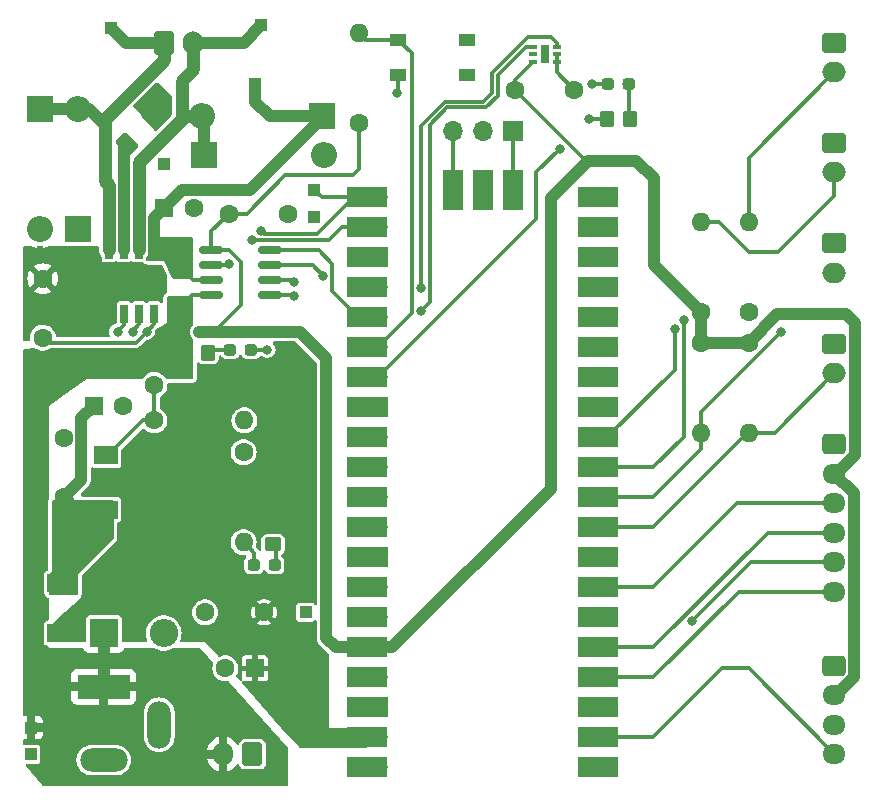
<source format=gbr>
%TF.GenerationSoftware,KiCad,Pcbnew,7.0.10*%
%TF.CreationDate,2024-01-05T15:39:21+01:00*%
%TF.ProjectId,GateControl,47617465-436f-46e7-9472-6f6c2e6b6963,rev?*%
%TF.SameCoordinates,Original*%
%TF.FileFunction,Copper,L1,Top*%
%TF.FilePolarity,Positive*%
%FSLAX46Y46*%
G04 Gerber Fmt 4.6, Leading zero omitted, Abs format (unit mm)*
G04 Created by KiCad (PCBNEW 7.0.10) date 2024-01-05 15:39:21*
%MOMM*%
%LPD*%
G01*
G04 APERTURE LIST*
G04 Aperture macros list*
%AMRoundRect*
0 Rectangle with rounded corners*
0 $1 Rounding radius*
0 $2 $3 $4 $5 $6 $7 $8 $9 X,Y pos of 4 corners*
0 Add a 4 corners polygon primitive as box body*
4,1,4,$2,$3,$4,$5,$6,$7,$8,$9,$2,$3,0*
0 Add four circle primitives for the rounded corners*
1,1,$1+$1,$2,$3*
1,1,$1+$1,$4,$5*
1,1,$1+$1,$6,$7*
1,1,$1+$1,$8,$9*
0 Add four rect primitives between the rounded corners*
20,1,$1+$1,$2,$3,$4,$5,0*
20,1,$1+$1,$4,$5,$6,$7,0*
20,1,$1+$1,$6,$7,$8,$9,0*
20,1,$1+$1,$8,$9,$2,$3,0*%
%AMFreePoly0*
4,1,19,0.500000,-0.750000,0.000000,-0.750000,0.000000,-0.744911,-0.071157,-0.744911,-0.207708,-0.704816,-0.327430,-0.627875,-0.420627,-0.520320,-0.479746,-0.390866,-0.500000,-0.250000,-0.500000,0.250000,-0.479746,0.390866,-0.420627,0.520320,-0.327430,0.627875,-0.207708,0.704816,-0.071157,0.744911,0.000000,0.744911,0.000000,0.750000,0.500000,0.750000,0.500000,-0.750000,0.500000,-0.750000,
$1*%
%AMFreePoly1*
4,1,19,0.000000,0.744911,0.071157,0.744911,0.207708,0.704816,0.327430,0.627875,0.420627,0.520320,0.479746,0.390866,0.500000,0.250000,0.500000,-0.250000,0.479746,-0.390866,0.420627,-0.520320,0.327430,-0.627875,0.207708,-0.704816,0.071157,-0.744911,0.000000,-0.744911,0.000000,-0.750000,-0.500000,-0.750000,-0.500000,0.750000,0.000000,0.750000,0.000000,0.744911,0.000000,0.744911,
$1*%
G04 Aperture macros list end*
%TA.AperFunction,ComponentPad*%
%ADD10O,1.700000X1.700000*%
%TD*%
%TA.AperFunction,SMDPad,CuDef*%
%ADD11R,3.500000X1.700000*%
%TD*%
%TA.AperFunction,ComponentPad*%
%ADD12R,1.700000X1.700000*%
%TD*%
%TA.AperFunction,SMDPad,CuDef*%
%ADD13R,1.700000X3.500000*%
%TD*%
%TA.AperFunction,SMDPad,CuDef*%
%ADD14RoundRect,0.237500X-0.287500X-0.237500X0.287500X-0.237500X0.287500X0.237500X-0.287500X0.237500X0*%
%TD*%
%TA.AperFunction,ComponentPad*%
%ADD15R,1.000000X1.000000*%
%TD*%
%TA.AperFunction,ComponentPad*%
%ADD16RoundRect,0.250000X-0.725000X0.600000X-0.725000X-0.600000X0.725000X-0.600000X0.725000X0.600000X0*%
%TD*%
%TA.AperFunction,ComponentPad*%
%ADD17O,1.950000X1.700000*%
%TD*%
%TA.AperFunction,ComponentPad*%
%ADD18C,1.600000*%
%TD*%
%TA.AperFunction,ComponentPad*%
%ADD19RoundRect,0.250000X-0.750000X0.600000X-0.750000X-0.600000X0.750000X-0.600000X0.750000X0.600000X0*%
%TD*%
%TA.AperFunction,ComponentPad*%
%ADD20O,2.000000X1.700000*%
%TD*%
%TA.AperFunction,SMDPad,CuDef*%
%ADD21RoundRect,0.250000X0.159099X-0.724784X0.724784X-0.159099X-0.159099X0.724784X-0.724784X0.159099X0*%
%TD*%
%TA.AperFunction,SMDPad,CuDef*%
%ADD22RoundRect,0.250000X-0.350000X-0.450000X0.350000X-0.450000X0.350000X0.450000X-0.350000X0.450000X0*%
%TD*%
%TA.AperFunction,ComponentPad*%
%ADD23O,1.600000X1.600000*%
%TD*%
%TA.AperFunction,ComponentPad*%
%ADD24R,2.200000X2.200000*%
%TD*%
%TA.AperFunction,ComponentPad*%
%ADD25O,2.200000X2.200000*%
%TD*%
%TA.AperFunction,ComponentPad*%
%ADD26RoundRect,0.250000X0.600000X0.750000X-0.600000X0.750000X-0.600000X-0.750000X0.600000X-0.750000X0*%
%TD*%
%TA.AperFunction,ComponentPad*%
%ADD27O,1.700000X2.000000*%
%TD*%
%TA.AperFunction,ComponentPad*%
%ADD28RoundRect,0.250000X-0.600000X-0.750000X0.600000X-0.750000X0.600000X0.750000X-0.600000X0.750000X0*%
%TD*%
%TA.AperFunction,SMDPad,CuDef*%
%ADD29R,0.650000X1.525000*%
%TD*%
%TA.AperFunction,SMDPad,CuDef*%
%ADD30R,3.300000X2.410000*%
%TD*%
%TA.AperFunction,ComponentPad*%
%ADD31R,4.500000X2.000000*%
%TD*%
%TA.AperFunction,ComponentPad*%
%ADD32O,4.000000X2.000000*%
%TD*%
%TA.AperFunction,ComponentPad*%
%ADD33O,2.000000X4.000000*%
%TD*%
%TA.AperFunction,SMDPad,CuDef*%
%ADD34RoundRect,0.237500X0.287500X0.237500X-0.287500X0.237500X-0.287500X-0.237500X0.287500X-0.237500X0*%
%TD*%
%TA.AperFunction,ComponentPad*%
%ADD35R,2.400000X2.400000*%
%TD*%
%TA.AperFunction,ComponentPad*%
%ADD36O,2.400000X2.400000*%
%TD*%
%TA.AperFunction,SMDPad,CuDef*%
%ADD37RoundRect,0.250000X0.625000X-0.400000X0.625000X0.400000X-0.625000X0.400000X-0.625000X-0.400000X0*%
%TD*%
%TA.AperFunction,ComponentPad*%
%ADD38R,1.600000X1.600000*%
%TD*%
%TA.AperFunction,SMDPad,CuDef*%
%ADD39R,2.000000X1.500000*%
%TD*%
%TA.AperFunction,SMDPad,CuDef*%
%ADD40R,2.000000X3.800000*%
%TD*%
%TA.AperFunction,SMDPad,CuDef*%
%ADD41R,1.350000X1.100000*%
%TD*%
%TA.AperFunction,SMDPad,CuDef*%
%ADD42RoundRect,0.250000X-0.450000X0.350000X-0.450000X-0.350000X0.450000X-0.350000X0.450000X0.350000X0*%
%TD*%
%TA.AperFunction,SMDPad,CuDef*%
%ADD43FreePoly0,180.000000*%
%TD*%
%TA.AperFunction,SMDPad,CuDef*%
%ADD44FreePoly1,180.000000*%
%TD*%
%TA.AperFunction,SMDPad,CuDef*%
%ADD45R,0.800000X0.300000*%
%TD*%
%TA.AperFunction,SMDPad,CuDef*%
%ADD46R,0.750000X1.550000*%
%TD*%
%TA.AperFunction,SMDPad,CuDef*%
%ADD47RoundRect,0.150000X0.825000X0.150000X-0.825000X0.150000X-0.825000X-0.150000X0.825000X-0.150000X0*%
%TD*%
%TA.AperFunction,ViaPad*%
%ADD48C,0.800000*%
%TD*%
%TA.AperFunction,Conductor*%
%ADD49C,1.000000*%
%TD*%
%TA.AperFunction,Conductor*%
%ADD50C,0.300000*%
%TD*%
%TA.AperFunction,Conductor*%
%ADD51C,0.250000*%
%TD*%
%TA.AperFunction,Conductor*%
%ADD52C,1.100000*%
%TD*%
G04 APERTURE END LIST*
D10*
%TO.P,U1,1,GPIO0*%
%TO.N,/I2C0 SDA*%
X202140000Y-126130000D03*
D11*
X203040000Y-126130000D03*
D10*
%TO.P,U1,2,GPIO1*%
%TO.N,/I2C0 SCL*%
X202140000Y-123590000D03*
D11*
X203040000Y-123590000D03*
D12*
%TO.P,U1,3,GND*%
%TO.N,GND*%
X202140000Y-121050000D03*
D11*
X203040000Y-121050000D03*
D10*
%TO.P,U1,4,GPIO2*%
%TO.N,/SPI0 SCK*%
X202140000Y-118510000D03*
D11*
X203040000Y-118510000D03*
D10*
%TO.P,U1,5,GPIO3*%
%TO.N,/SPI0 MOSI*%
X202140000Y-115970000D03*
D11*
X203040000Y-115970000D03*
D10*
%TO.P,U1,6,GPIO4*%
%TO.N,/SPI0 MISO*%
X202140000Y-113430000D03*
D11*
X203040000Y-113430000D03*
D10*
%TO.P,U1,7,GPIO5*%
%TO.N,/SPI0 SS*%
X202140000Y-110890000D03*
D11*
X203040000Y-110890000D03*
D12*
%TO.P,U1,8,GND*%
%TO.N,GND*%
X202140000Y-108350000D03*
D11*
X203040000Y-108350000D03*
D10*
%TO.P,U1,9,GPIO6*%
%TO.N,/IO1*%
X202140000Y-105810000D03*
D11*
X203040000Y-105810000D03*
D10*
%TO.P,U1,10,GPIO7*%
%TO.N,/IO2*%
X202140000Y-103270000D03*
D11*
X203040000Y-103270000D03*
D10*
%TO.P,U1,11,GPIO8*%
%TO.N,/IO3*%
X202140000Y-100730000D03*
D11*
X203040000Y-100730000D03*
D10*
%TO.P,U1,12,GPIO9*%
%TO.N,/LED1*%
X202140000Y-98190000D03*
D11*
X203040000Y-98190000D03*
D12*
%TO.P,U1,13,GND*%
%TO.N,GND*%
X202140000Y-95650000D03*
D11*
X203040000Y-95650000D03*
D10*
%TO.P,U1,14,GPIO10*%
%TO.N,unconnected-(U1-GPIO10-Pad14)*%
X202140000Y-93110000D03*
D11*
X203040000Y-93110000D03*
D10*
%TO.P,U1,15,GPIO11*%
%TO.N,unconnected-(U1-GPIO11-Pad15)*%
X202140000Y-90570000D03*
D11*
X203040000Y-90570000D03*
D10*
%TO.P,U1,16,GPIO12*%
%TO.N,unconnected-(U1-GPIO12-Pad16)*%
X202140000Y-88030000D03*
D11*
X203040000Y-88030000D03*
D10*
%TO.P,U1,17,GPIO13*%
%TO.N,unconnected-(U1-GPIO13-Pad17)*%
X202140000Y-85490000D03*
D11*
X203040000Y-85490000D03*
D12*
%TO.P,U1,18,GND*%
%TO.N,GND*%
X202140000Y-82950000D03*
D11*
X203040000Y-82950000D03*
D10*
%TO.P,U1,19,GPIO14*%
%TO.N,/LEDOnBoard*%
X202140000Y-80410000D03*
D11*
X203040000Y-80410000D03*
D10*
%TO.P,U1,20,GPIO15*%
%TO.N,/ButtonOnBoard*%
X202140000Y-77870000D03*
D11*
X203040000Y-77870000D03*
D10*
%TO.P,U1,21,GPIO16*%
%TO.N,/PWM1*%
X184360000Y-77870000D03*
D11*
X183460000Y-77870000D03*
D10*
%TO.P,U1,22,GPIO17*%
%TO.N,/PWM2*%
X184360000Y-80410000D03*
D11*
X183460000Y-80410000D03*
D12*
%TO.P,U1,23,GND*%
%TO.N,GND*%
X184360000Y-82950000D03*
D11*
X183460000Y-82950000D03*
D10*
%TO.P,U1,24,GPIO18*%
%TO.N,/I2C1 SDA*%
X184360000Y-85490000D03*
D11*
X183460000Y-85490000D03*
D10*
%TO.P,U1,25,GPIO19*%
%TO.N,/I2C1 SCL*%
X184360000Y-88030000D03*
D11*
X183460000Y-88030000D03*
D10*
%TO.P,U1,26,GPIO20*%
%TO.N,Net-(S1-COM_1)*%
X184360000Y-90570000D03*
D11*
X183460000Y-90570000D03*
D10*
%TO.P,U1,27,GPIO21*%
%TO.N,Net-(U1-GPIO21)*%
X184360000Y-93110000D03*
D11*
X183460000Y-93110000D03*
D12*
%TO.P,U1,28,GND*%
%TO.N,GND*%
X184360000Y-95650000D03*
D11*
X183460000Y-95650000D03*
D10*
%TO.P,U1,29,GPIO22*%
%TO.N,unconnected-(U1-GPIO22-Pad29)*%
X184360000Y-98190000D03*
D11*
X183460000Y-98190000D03*
D10*
%TO.P,U1,30,RUN*%
%TO.N,unconnected-(U1-RUN-Pad30)*%
X184360000Y-100730000D03*
D11*
X183460000Y-100730000D03*
D10*
%TO.P,U1,31,GPIO26_ADC0*%
%TO.N,unconnected-(U1-GPIO26_ADC0-Pad31)*%
X184360000Y-103270000D03*
D11*
X183460000Y-103270000D03*
D10*
%TO.P,U1,32,GPIO27_ADC1*%
%TO.N,unconnected-(U1-GPIO27_ADC1-Pad32)*%
X184360000Y-105810000D03*
D11*
X183460000Y-105810000D03*
D12*
%TO.P,U1,33,AGND*%
%TO.N,GND*%
X184360000Y-108350000D03*
D11*
X183460000Y-108350000D03*
D10*
%TO.P,U1,34,GPIO28_ADC2*%
%TO.N,unconnected-(U1-GPIO28_ADC2-Pad34)*%
X184360000Y-110890000D03*
D11*
X183460000Y-110890000D03*
D10*
%TO.P,U1,35,ADC_VREF*%
%TO.N,unconnected-(U1-ADC_VREF-Pad35)*%
X184360000Y-113430000D03*
D11*
X183460000Y-113430000D03*
D10*
%TO.P,U1,36,3V3*%
%TO.N,+3.3V*%
X184360000Y-115970000D03*
D11*
X183460000Y-115970000D03*
D10*
%TO.P,U1,37,3V3_EN*%
%TO.N,unconnected-(U1-3V3_EN-Pad37)*%
X184360000Y-118510000D03*
D11*
X183460000Y-118510000D03*
D12*
%TO.P,U1,38,GND*%
%TO.N,GND*%
X184360000Y-121050000D03*
D11*
X183460000Y-121050000D03*
D10*
%TO.P,U1,39,VSYS*%
%TO.N,+5V*%
X184360000Y-123590000D03*
D11*
X183460000Y-123590000D03*
D10*
%TO.P,U1,40,VBUS*%
%TO.N,unconnected-(U1-VBUS-Pad40)*%
X184360000Y-126130000D03*
D11*
X183460000Y-126130000D03*
D10*
%TO.P,U1,41,SWCLK*%
%TO.N,Net-(J5-Pin_1)*%
X195790000Y-78100000D03*
D13*
X195790000Y-77200000D03*
D12*
%TO.P,U1,42,GND*%
%TO.N,GND*%
X193250000Y-78100000D03*
D13*
X193250000Y-77200000D03*
D10*
%TO.P,U1,43,SWDIO*%
%TO.N,Net-(J5-Pin_3)*%
X190710000Y-78100000D03*
D13*
X190710000Y-77200000D03*
%TD*%
D12*
%TO.P,J5,1,Pin_1*%
%TO.N,Net-(J5-Pin_1)*%
X195775000Y-72275000D03*
D10*
%TO.P,J5,2,Pin_2*%
%TO.N,GND*%
X193235000Y-72275000D03*
%TO.P,J5,3,Pin_3*%
%TO.N,Net-(J5-Pin_3)*%
X190695000Y-72275000D03*
%TD*%
D14*
%TO.P,D6,1,K*%
%TO.N,GND*%
X173875000Y-109000000D03*
%TO.P,D6,2,A*%
%TO.N,Net-(D6-A)*%
X175625000Y-109000000D03*
%TD*%
D15*
%TO.P,GND3,1,1*%
%TO.N,GND*%
X155000000Y-125000000D03*
%TD*%
%TO.P,Sense1,1,1*%
%TO.N,Net-(U4-LSS)*%
X162860000Y-75850000D03*
%TD*%
D16*
%TO.P,J_I2C1,1,Pin_1*%
%TO.N,GND*%
X223000000Y-117500000D03*
D17*
%TO.P,J_I2C1,2,Pin_2*%
%TO.N,+3.3V*%
X223000000Y-120000000D03*
%TO.P,J_I2C1,3,Pin_3*%
%TO.N,/I2C0 SDA*%
X223000000Y-122500000D03*
%TO.P,J_I2C1,4,Pin_4*%
%TO.N,/I2C0 SCL*%
X223000000Y-125000000D03*
%TD*%
D15*
%TO.P,VDC2,1,1*%
%TO.N,/Current Sense/DCMotor*%
X174000000Y-68250000D03*
%TD*%
%TO.P,GND2,1,1*%
%TO.N,GND*%
X166250000Y-75000000D03*
%TD*%
D18*
%TO.P,C_IC3,1*%
%TO.N,+3.3V*%
X171750000Y-79250000D03*
%TO.P,C_IC3,2*%
%TO.N,GND*%
X176750000Y-79250000D03*
%TD*%
D19*
%TO.P,J_BTN2,1,Pin_1*%
%TO.N,GND*%
X223025000Y-81750000D03*
D20*
%TO.P,J_BTN2,2,Pin_2*%
%TO.N,/IO2*%
X223025000Y-84250000D03*
%TD*%
D21*
%TO.P,R_SENSE1,1*%
%TO.N,Net-(U4-LSS)*%
X163153984Y-73346016D03*
%TO.P,R_SENSE1,2*%
%TO.N,GND*%
X165346016Y-71153984D03*
%TD*%
D22*
%TO.P,R10k_4,1*%
%TO.N,VDC*%
X168000000Y-91000000D03*
%TO.P,R10k_4,2*%
%TO.N,Net-(D7-A)*%
X170000000Y-91000000D03*
%TD*%
D18*
%TO.P,R2k_2,1*%
%TO.N,/LED1*%
X215750000Y-87560000D03*
D23*
%TO.P,R2k_2,2*%
%TO.N,Net-(J_LED1-Pin_2)*%
X215750000Y-79940000D03*
%TD*%
D16*
%TO.P,J_SPI1,1,Pin_1*%
%TO.N,GND*%
X223000000Y-98750000D03*
D17*
%TO.P,J_SPI1,2,Pin_2*%
%TO.N,+3.3V*%
X223000000Y-101250000D03*
%TO.P,J_SPI1,3,Pin_3*%
%TO.N,/SPI0 SS*%
X223000000Y-103750000D03*
%TO.P,J_SPI1,4,Pin_4*%
%TO.N,/SPI0 MOSI*%
X223000000Y-106250000D03*
%TO.P,J_SPI1,5,Pin_5*%
%TO.N,/SPI0 MISO*%
X223000000Y-108750000D03*
%TO.P,J_SPI1,6,Pin_6*%
%TO.N,/SPI0 SCK*%
X223000000Y-111250000D03*
%TD*%
D18*
%TO.P,C_IC5,1*%
%TO.N,+3.3V*%
X196000000Y-68750000D03*
%TO.P,C_IC5,2*%
%TO.N,GND*%
X201000000Y-68750000D03*
%TD*%
%TO.P,R1k_2,1*%
%TO.N,Net-(U5-ADJ)*%
X165440000Y-93750000D03*
D23*
%TO.P,R1k_2,2*%
%TO.N,+5V*%
X173060000Y-93750000D03*
%TD*%
D24*
%TO.P,D4,1,K*%
%TO.N,/MotorController/Out1*%
X169670000Y-74250000D03*
D25*
%TO.P,D4,2,A*%
%TO.N,GND*%
X179830000Y-74250000D03*
%TD*%
D18*
%TO.P,C_IC2,1*%
%TO.N,+5V*%
X174750000Y-113000000D03*
%TO.P,C_IC2,2*%
%TO.N,GND*%
X169750000Y-113000000D03*
%TD*%
D15*
%TO.P,VDC1,1,1*%
%TO.N,VDC*%
X155000000Y-122750000D03*
%TD*%
D14*
%TO.P,D1,1,K*%
%TO.N,GND*%
X203875000Y-68250000D03*
%TO.P,D1,2,A*%
%TO.N,Net-(D1-A)*%
X205625000Y-68250000D03*
%TD*%
D26*
%TO.P,J_IN2,1,Pin_1*%
%TO.N,GND*%
X173750000Y-125000000D03*
D27*
%TO.P,J_IN2,2,Pin_2*%
%TO.N,VDC*%
X171250000Y-125000000D03*
%TD*%
D28*
%TO.P,J_Motor1,1,Pin_1*%
%TO.N,/MotorController/Out2*%
X166250000Y-64750000D03*
D27*
%TO.P,J_Motor1,2,Pin_2*%
%TO.N,/MotorController/Out1*%
X168750000Y-64750000D03*
%TD*%
D18*
%TO.P,R10k_1,1*%
%TO.N,+3.3V*%
X215750000Y-90190000D03*
D23*
%TO.P,R10k_1,2*%
%TO.N,/IO1*%
X215750000Y-97810000D03*
%TD*%
D29*
%TO.P,U4,1,GND*%
%TO.N,GND*%
X161595000Y-87737000D03*
%TO.P,U4,2,IN2*%
%TO.N,/PWM2*%
X162865000Y-87737000D03*
%TO.P,U4,3,IN1*%
%TO.N,/PWM1*%
X164135000Y-87737000D03*
%TO.P,U4,4,VREF*%
%TO.N,+3.3V*%
X165405000Y-87737000D03*
%TO.P,U4,5,VBB*%
%TO.N,/Current Sense/DCMotor*%
X165405000Y-82313000D03*
%TO.P,U4,6,OUT1*%
%TO.N,/MotorController/Out1*%
X164135000Y-82313000D03*
%TO.P,U4,7,LSS*%
%TO.N,Net-(U4-LSS)*%
X162865000Y-82313000D03*
%TO.P,U4,8,OUT2*%
%TO.N,/MotorController/Out2*%
X161595000Y-82313000D03*
D30*
%TO.P,U4,9,PAD*%
%TO.N,GND*%
X163500000Y-85025000D03*
%TD*%
D18*
%TO.P,C_IC1,1*%
%TO.N,+12V*%
X157750000Y-103250000D03*
%TO.P,C_IC1,2*%
%TO.N,GND*%
X157750000Y-98250000D03*
%TD*%
D15*
%TO.P,GND1,1,1*%
%TO.N,GND*%
X178250000Y-113000000D03*
%TD*%
D18*
%TO.P,C_IC4,1*%
%TO.N,+3.3V*%
X156000000Y-89750000D03*
%TO.P,C_IC4,2*%
%TO.N,GND*%
X156000000Y-84750000D03*
%TD*%
D31*
%TO.P,J_IN1,1*%
%TO.N,VDC*%
X161150000Y-119300000D03*
D32*
%TO.P,J_IN1,2*%
%TO.N,GND*%
X161150000Y-125500000D03*
D33*
%TO.P,J_IN1,3*%
%TO.N,N/C*%
X165850000Y-122500000D03*
%TD*%
D34*
%TO.P,D7,1,K*%
%TO.N,GND*%
X173625000Y-90750000D03*
%TO.P,D7,2,A*%
%TO.N,Net-(D7-A)*%
X171875000Y-90750000D03*
%TD*%
D35*
%TO.P,D_TVS1,1,K*%
%TO.N,VDC*%
X161160000Y-114750000D03*
D36*
%TO.P,D_TVS1,2,A*%
%TO.N,GND*%
X166240000Y-114750000D03*
%TD*%
D37*
%TO.P,R_SHNT1,1*%
%TO.N,VDC*%
X167750000Y-87050000D03*
%TO.P,R_SHNT1,2*%
%TO.N,/Current Sense/DCMotor*%
X167750000Y-83950000D03*
%TD*%
D15*
%TO.P,Out1,1,1*%
%TO.N,/MotorController/Out1*%
X174500000Y-63250000D03*
%TD*%
D38*
%TO.P,C_47uF2,1*%
%TO.N,+5V*%
X173955112Y-117750000D03*
D18*
%TO.P,C_47uF2,2*%
%TO.N,GND*%
X171455112Y-117750000D03*
%TD*%
D19*
%TO.P,J_BTN3,1,Pin_1*%
%TO.N,GND*%
X223025000Y-73250000D03*
D20*
%TO.P,J_BTN3,2,Pin_2*%
%TO.N,/IO3*%
X223025000Y-75750000D03*
%TD*%
D39*
%TO.P,U5,1,ADJ*%
%TO.N,Net-(U5-ADJ)*%
X161350000Y-99700000D03*
%TO.P,U5,2,VO*%
%TO.N,+5V*%
X161350000Y-102000000D03*
D40*
X167650000Y-102000000D03*
D39*
%TO.P,U5,3,VI*%
%TO.N,+12V*%
X161350000Y-104300000D03*
%TD*%
D15*
%TO.P,5V1,1,1*%
%TO.N,+5V*%
X177500000Y-103250000D03*
%TD*%
%TO.P,In2,1,1*%
%TO.N,/PWM2*%
X179000000Y-79500000D03*
%TD*%
D41*
%TO.P,S1,1,COM_1*%
%TO.N,Net-(S1-COM_1)*%
X186075000Y-64500000D03*
%TO.P,S1,2,COM_2*%
%TO.N,unconnected-(S1-COM_2-Pad2)*%
X191925000Y-64500000D03*
%TO.P,S1,3,NO_1*%
%TO.N,GND*%
X186075000Y-67500000D03*
%TO.P,S1,4,NO_2*%
%TO.N,unconnected-(S1-NO_2-Pad4)*%
X191925000Y-67500000D03*
%TD*%
D18*
%TO.P,R10k_2,1*%
%TO.N,+3.3V*%
X211750000Y-90150000D03*
D23*
%TO.P,R10k_2,2*%
%TO.N,/IO2*%
X211750000Y-97770000D03*
%TD*%
D18*
%TO.P,R1k_1,1*%
%TO.N,+3.3V*%
X182750000Y-71560000D03*
D23*
%TO.P,R1k_1,2*%
%TO.N,Net-(S1-COM_1)*%
X182750000Y-63940000D03*
%TD*%
D22*
%TO.P,R2k_1,1*%
%TO.N,Net-(U1-GPIO21)*%
X203750000Y-71250000D03*
%TO.P,R2k_1,2*%
%TO.N,Net-(D1-A)*%
X205750000Y-71250000D03*
%TD*%
D18*
%TO.P,R10k_3,1*%
%TO.N,+3.3V*%
X211750000Y-87600000D03*
D23*
%TO.P,R10k_3,2*%
%TO.N,/IO3*%
X211750000Y-79980000D03*
%TD*%
D19*
%TO.P,J_BTN1,1,Pin_1*%
%TO.N,GND*%
X223025000Y-90250000D03*
D20*
%TO.P,J_BTN1,2,Pin_2*%
%TO.N,/IO1*%
X223025000Y-92750000D03*
%TD*%
D18*
%TO.P,R1k_3,1*%
%TO.N,Net-(U5-ADJ)*%
X165440000Y-96750000D03*
D23*
%TO.P,R1k_3,2*%
%TO.N,Net-(R1k_3-Pad2)*%
X173060000Y-96750000D03*
%TD*%
D24*
%TO.P,D3,1,K*%
%TO.N,/Current Sense/DCMotor*%
X159000000Y-80580000D03*
D25*
%TO.P,D3,2,A*%
%TO.N,/MotorController/Out2*%
X159000000Y-70420000D03*
%TD*%
D42*
%TO.P,R2k_4,1*%
%TO.N,+5V*%
X175500000Y-105250000D03*
%TO.P,R2k_4,2*%
%TO.N,Net-(D6-A)*%
X175500000Y-107250000D03*
%TD*%
D15*
%TO.P,12V1,1,1*%
%TO.N,+12V*%
X158000000Y-106500000D03*
%TD*%
D43*
%TO.P,JP12,1,A*%
%TO.N,+12V*%
X156900000Y-110500000D03*
D44*
%TO.P,JP12,2,B*%
%TO.N,VDC*%
X155600000Y-110500000D03*
%TD*%
D45*
%TO.P,U3,1,SCL*%
%TO.N,/I2C1 SCL*%
X197500000Y-65100000D03*
%TO.P,U3,2,INT*%
%TO.N,unconnected-(U3-INT-Pad2)*%
X197500000Y-65750000D03*
%TO.P,U3,3,VDD*%
%TO.N,+3.3V*%
X197500000Y-66400000D03*
%TO.P,U3,4,SAO*%
%TO.N,GND*%
X199500000Y-66400000D03*
%TO.P,U3,5,GND*%
X199500000Y-65750000D03*
%TO.P,U3,6,SDA*%
%TO.N,/I2C1 SDA*%
X199500000Y-65100000D03*
D46*
%TO.P,U3,7,EP*%
%TO.N,unconnected-(U3-EP-Pad7)*%
X198500000Y-65750000D03*
%TD*%
D38*
%TO.P,C_47uF3,1*%
%TO.N,/Current Sense/DCMotor*%
X166294888Y-78750000D03*
D18*
%TO.P,C_47uF3,2*%
%TO.N,GND*%
X168794888Y-78750000D03*
%TD*%
%TO.P,R2k_3,1*%
%TO.N,Net-(R1k_3-Pad2)*%
X173000000Y-99440000D03*
D23*
%TO.P,R2k_3,2*%
%TO.N,GND*%
X173000000Y-107060000D03*
%TD*%
D24*
%TO.P,D2,1,K*%
%TO.N,/Current Sense/DCMotor*%
X179660000Y-71000000D03*
D25*
%TO.P,D2,2,A*%
%TO.N,/MotorController/Out1*%
X169500000Y-71000000D03*
%TD*%
D43*
%TO.P,JP5,1,A*%
%TO.N,+5V*%
X156900000Y-114750000D03*
D44*
%TO.P,JP5,2,B*%
%TO.N,VDC*%
X155600000Y-114750000D03*
%TD*%
D47*
%TO.P,U2,1,A1*%
%TO.N,GND*%
X175225000Y-86155000D03*
%TO.P,U2,2,A0*%
X175225000Y-84885000D03*
%TO.P,U2,3,SDA*%
%TO.N,/I2C1 SDA*%
X175225000Y-83615000D03*
%TO.P,U2,4,SCL*%
%TO.N,/I2C1 SCL*%
X175225000Y-82345000D03*
%TO.P,U2,5,VS*%
%TO.N,+3.3V*%
X170275000Y-82345000D03*
%TO.P,U2,6,GND*%
%TO.N,GND*%
X170275000Y-83615000D03*
%TO.P,U2,7,IN-*%
%TO.N,/Current Sense/DCMotor*%
X170275000Y-84885000D03*
%TO.P,U2,8,IN+*%
%TO.N,VDC*%
X170275000Y-86155000D03*
%TD*%
D24*
%TO.P,D5,1,K*%
%TO.N,/MotorController/Out2*%
X155750000Y-70420000D03*
D25*
%TO.P,D5,2,A*%
%TO.N,GND*%
X155750000Y-80580000D03*
%TD*%
D15*
%TO.P,In1,1,1*%
%TO.N,/PWM1*%
X179000000Y-77250000D03*
%TD*%
D19*
%TO.P,J_LED1,1,Pin_1*%
%TO.N,GND*%
X223000000Y-64750000D03*
D20*
%TO.P,J_LED1,2,Pin_2*%
%TO.N,Net-(J_LED1-Pin_2)*%
X223000000Y-67250000D03*
%TD*%
D38*
%TO.P,C_47uF1,1*%
%TO.N,+12V*%
X160294887Y-95500000D03*
D18*
%TO.P,C_47uF1,2*%
%TO.N,GND*%
X162794887Y-95500000D03*
%TD*%
D15*
%TO.P,Out2,1,1*%
%TO.N,/MotorController/Out2*%
X161750000Y-63500000D03*
%TD*%
D48*
%TO.N,GND*%
X162325000Y-84275000D03*
X175000000Y-90750000D03*
X166000000Y-69000000D03*
X161250000Y-84000000D03*
X160075000Y-84275000D03*
X159000000Y-85250000D03*
X159000000Y-86250000D03*
X160075000Y-83275000D03*
X165750000Y-85000000D03*
X165750000Y-84000000D03*
X177250000Y-86250000D03*
X160075000Y-85275000D03*
X159000000Y-83250000D03*
X164575000Y-85775000D03*
X166000000Y-70000000D03*
X164575000Y-84275000D03*
X165250000Y-69500000D03*
X161250000Y-85000000D03*
X202500000Y-68250000D03*
X161075000Y-89250000D03*
X160075000Y-87275000D03*
X164500000Y-70000000D03*
X159000000Y-84250000D03*
X159000000Y-87250000D03*
X186000000Y-69000000D03*
X163500000Y-85025000D03*
X177250000Y-85000000D03*
X161250000Y-86000000D03*
X160075000Y-86275000D03*
X171750000Y-83500000D03*
X162325000Y-85775000D03*
X165750000Y-86000000D03*
%TO.N,+5V*%
X168500000Y-99500000D03*
X166000000Y-103750000D03*
X169250000Y-103750000D03*
X166000000Y-102750000D03*
X166000000Y-101250000D03*
X163250000Y-101500000D03*
X169250000Y-101250000D03*
X169250000Y-100250000D03*
X169250000Y-102750000D03*
X167000000Y-99500000D03*
X167000000Y-104500000D03*
X168500000Y-104500000D03*
X163250000Y-102500000D03*
X166000000Y-100250000D03*
%TO.N,+3.3V*%
X169250000Y-89250000D03*
X164797182Y-89222182D03*
%TO.N,/LED1*%
X209500000Y-89000000D03*
%TO.N,/IO3*%
X210250000Y-88250000D03*
%TO.N,/IO2*%
X218500000Y-89250000D03*
%TO.N,/SPI0 MISO*%
X211000000Y-113750000D03*
%TO.N,/I2C1 SCL*%
X188000000Y-87500000D03*
%TO.N,/I2C1 SDA*%
X179750000Y-84500000D03*
X188000000Y-85500000D03*
%TO.N,/PWM2*%
X162325000Y-89250000D03*
X173750000Y-81500000D03*
%TO.N,/PWM1*%
X163596447Y-89271447D03*
X174510601Y-80750000D03*
%TO.N,Net-(U1-GPIO21)*%
X199750000Y-73750000D03*
X202250000Y-71250000D03*
%TD*%
D49*
%TO.N,+5V*%
X184350000Y-123580000D02*
X184360000Y-123590000D01*
%TO.N,/Current Sense/DCMotor*%
X173580000Y-77250000D02*
X179830000Y-71000000D01*
X165405000Y-79639888D02*
X166294888Y-78750000D01*
D50*
X168685000Y-84885000D02*
X167750000Y-83950000D01*
D49*
X174000000Y-68250000D02*
X174000000Y-69750000D01*
X175250000Y-71000000D02*
X179660000Y-71000000D01*
X167794888Y-77250000D02*
X173580000Y-77250000D01*
X165405000Y-82550000D02*
X165405000Y-79639888D01*
X166294888Y-78750000D02*
X167794888Y-77250000D01*
D50*
X170275000Y-84885000D02*
X168685000Y-84885000D01*
D49*
X174000000Y-69750000D02*
X175250000Y-71000000D01*
D50*
%TO.N,GND*%
X199500000Y-67250000D02*
X201000000Y-68750000D01*
D51*
X161595000Y-88730000D02*
X161595000Y-87500000D01*
D50*
X175225000Y-84885000D02*
X177135000Y-84885000D01*
X203875000Y-68250000D02*
X202500000Y-68250000D01*
X199500000Y-65750000D02*
X199500000Y-66400000D01*
D51*
X161075000Y-89250000D02*
X161595000Y-88730000D01*
D50*
X175225000Y-86155000D02*
X177155000Y-86155000D01*
D49*
X184350000Y-121040000D02*
X184360000Y-121050000D01*
D50*
X175000000Y-90750000D02*
X173625000Y-90750000D01*
X177135000Y-84885000D02*
X177250000Y-85000000D01*
X173875000Y-107935000D02*
X173000000Y-107060000D01*
X173875000Y-109000000D02*
X173875000Y-107935000D01*
X199500000Y-66400000D02*
X199500000Y-67250000D01*
X177155000Y-86155000D02*
X177250000Y-86250000D01*
X186075000Y-67500000D02*
X186075000Y-68925000D01*
X171635000Y-83615000D02*
X171750000Y-83500000D01*
X170275000Y-83615000D02*
X171635000Y-83615000D01*
X186075000Y-68925000D02*
X186000000Y-69000000D01*
D49*
%TO.N,+12V*%
X159250000Y-96544887D02*
X160294887Y-95500000D01*
X157750000Y-103250000D02*
X159250000Y-101750000D01*
X158800000Y-104300000D02*
X157750000Y-103250000D01*
X161350000Y-104300000D02*
X158800000Y-104300000D01*
X159250000Y-101750000D02*
X159250000Y-96544887D01*
D50*
%TO.N,+3.3V*%
X170500000Y-89250000D02*
X172750000Y-87000000D01*
X165405000Y-88614364D02*
X165405000Y-87500000D01*
D49*
X180780000Y-115970000D02*
X184360000Y-115970000D01*
X177750000Y-89250000D02*
X180000000Y-91500000D01*
X224675000Y-102925000D02*
X224675000Y-118500430D01*
D50*
X164797182Y-89222182D02*
X163869364Y-90150000D01*
X173250000Y-79250000D02*
X176500000Y-76000000D01*
D49*
X169250000Y-89250000D02*
X177750000Y-89250000D01*
D50*
X156400000Y-90150000D02*
X156000000Y-89750000D01*
D49*
X199000000Y-77910000D02*
X202160000Y-74750000D01*
X211750000Y-90150000D02*
X215790000Y-90150000D01*
X224725000Y-88500000D02*
X224725000Y-99700430D01*
X185562081Y-115970000D02*
X199000000Y-102532081D01*
X206250000Y-74750000D02*
X207750000Y-76250000D01*
X223000000Y-101250000D02*
X224675000Y-102925000D01*
X218190000Y-87750000D02*
X223975000Y-87750000D01*
D50*
X172750000Y-83297501D02*
X171797499Y-82345000D01*
X171750000Y-79250000D02*
X173250000Y-79250000D01*
D49*
X180000000Y-115190000D02*
X180780000Y-115970000D01*
X224675000Y-118500430D02*
X223175430Y-120000000D01*
D50*
X170275000Y-80725000D02*
X171750000Y-79250000D01*
D49*
X223175430Y-101250000D02*
X223000000Y-101250000D01*
X224725000Y-99700430D02*
X223175430Y-101250000D01*
D50*
X196000000Y-68750000D02*
X202160000Y-74910000D01*
X176500000Y-76000000D02*
X182250000Y-76000000D01*
D49*
X184360000Y-115970000D02*
X185562081Y-115970000D01*
X207750000Y-83600000D02*
X211750000Y-87600000D01*
X223975000Y-87750000D02*
X224725000Y-88500000D01*
D50*
X163869364Y-90150000D02*
X156400000Y-90150000D01*
D49*
X180000000Y-91500000D02*
X180000000Y-115190000D01*
D50*
X196000000Y-68750000D02*
X196000000Y-67900000D01*
D49*
X205000000Y-74750000D02*
X206250000Y-74750000D01*
D50*
X170275000Y-82345000D02*
X170275000Y-80725000D01*
D49*
X202160000Y-74750000D02*
X205000000Y-74750000D01*
D50*
X169250000Y-89250000D02*
X170500000Y-89250000D01*
D49*
X199000000Y-102532081D02*
X199000000Y-77910000D01*
D50*
X196000000Y-67900000D02*
X197500000Y-66400000D01*
D49*
X211750000Y-87600000D02*
X211750000Y-90150000D01*
X207750000Y-76250000D02*
X207750000Y-83600000D01*
D50*
X182750000Y-75500000D02*
X182750000Y-71560000D01*
D49*
X223175430Y-120000000D02*
X223000000Y-120000000D01*
X215790000Y-90150000D02*
X218190000Y-87750000D01*
D50*
X182250000Y-76000000D02*
X182750000Y-75500000D01*
X172750000Y-87000000D02*
X172750000Y-83297501D01*
X171797499Y-82345000D02*
X170275000Y-82345000D01*
X164797182Y-89222182D02*
X165405000Y-88614364D01*
%TO.N,VDC*%
X168595000Y-86155000D02*
X170275000Y-86155000D01*
X167750000Y-87050000D02*
X167750000Y-87000000D01*
D49*
X161150000Y-114760000D02*
X161160000Y-114750000D01*
X161150000Y-119300000D02*
X161150000Y-114760000D01*
D50*
X167750000Y-87000000D02*
X168595000Y-86155000D01*
%TO.N,/LED1*%
X209500000Y-92490000D02*
X203800000Y-98190000D01*
X203800000Y-98190000D02*
X202140000Y-98190000D01*
X209500000Y-89000000D02*
X209500000Y-92490000D01*
%TO.N,/IO3*%
X207660000Y-100730000D02*
X202140000Y-100730000D01*
X223025000Y-77725000D02*
X223025000Y-75750000D01*
X213230000Y-79980000D02*
X215750000Y-82500000D01*
X215750000Y-82500000D02*
X218250000Y-82500000D01*
X210250000Y-88250000D02*
X210250000Y-98140000D01*
X218250000Y-82500000D02*
X223025000Y-77725000D01*
X211750000Y-79980000D02*
X213230000Y-79980000D01*
X210250000Y-98140000D02*
X207660000Y-100730000D01*
%TO.N,/IO2*%
X207660000Y-103270000D02*
X211750000Y-99180000D01*
X211750000Y-96000000D02*
X218500000Y-89250000D01*
X202140000Y-103270000D02*
X207660000Y-103270000D01*
X211750000Y-99180000D02*
X211750000Y-97770000D01*
X211750000Y-97770000D02*
X211750000Y-96000000D01*
%TO.N,/IO1*%
X217965000Y-97810000D02*
X223025000Y-92750000D01*
X215750000Y-97810000D02*
X217965000Y-97810000D01*
X202140000Y-105810000D02*
X207660000Y-105810000D01*
X207660000Y-105810000D02*
X215660000Y-97810000D01*
X215660000Y-97810000D02*
X215750000Y-97810000D01*
%TO.N,/SPI0 SS*%
X202140000Y-110890000D02*
X207660000Y-110890000D01*
X208275000Y-110275000D02*
X214800000Y-103750000D01*
X214800000Y-103750000D02*
X223000000Y-103750000D01*
X207660000Y-110890000D02*
X208275000Y-110275000D01*
%TO.N,/SPI0 MISO*%
X211000000Y-113750000D02*
X216000000Y-108750000D01*
X216000000Y-108750000D02*
X223000000Y-108750000D01*
%TO.N,/SPI0 MOSI*%
X217380000Y-106250000D02*
X223000000Y-106250000D01*
X202140000Y-115970000D02*
X207660000Y-115970000D01*
X207660000Y-115970000D02*
X217380000Y-106250000D01*
%TO.N,/SPI0 SCK*%
X214920000Y-111250000D02*
X223000000Y-111250000D01*
X202140000Y-118510000D02*
X207660000Y-118510000D01*
X207660000Y-118510000D02*
X214920000Y-111250000D01*
%TO.N,/I2C0 SCL*%
X207660000Y-123590000D02*
X213500000Y-117750000D01*
X213500000Y-117750000D02*
X215750000Y-117750000D01*
X202140000Y-123590000D02*
X207660000Y-123590000D01*
X215750000Y-117750000D02*
X223000000Y-125000000D01*
%TO.N,Net-(J5-Pin_1)*%
X195790000Y-78100000D02*
X195790000Y-72290000D01*
X195790000Y-72290000D02*
X195775000Y-72275000D01*
%TO.N,Net-(J5-Pin_3)*%
X190710000Y-72290000D02*
X190695000Y-72275000D01*
X190710000Y-78100000D02*
X190710000Y-72290000D01*
%TO.N,/I2C1 SCL*%
X188000000Y-87500000D02*
X188750000Y-86750000D01*
X180500000Y-85830000D02*
X182700000Y-88030000D01*
X188750000Y-71750000D02*
X190250000Y-70250000D01*
X196900000Y-65100000D02*
X197500000Y-65100000D01*
X190250000Y-70250000D02*
X193500000Y-70250000D01*
X194500000Y-67500000D02*
X196900000Y-65100000D01*
X188750000Y-86750000D02*
X188750000Y-71750000D01*
X179345000Y-82345000D02*
X180500000Y-83500000D01*
X194500000Y-69250000D02*
X194500000Y-67500000D01*
X180500000Y-83500000D02*
X180500000Y-85830000D01*
X193500000Y-70250000D02*
X194500000Y-69250000D01*
X175225000Y-82345000D02*
X179345000Y-82345000D01*
X182700000Y-88030000D02*
X184360000Y-88030000D01*
%TO.N,/I2C1 SDA*%
X179750000Y-84500000D02*
X178865000Y-83615000D01*
X199500000Y-64750000D02*
X199000000Y-64250000D01*
X194000000Y-67292894D02*
X194000000Y-69042894D01*
X188000000Y-71792894D02*
X188000000Y-85500000D01*
X178865000Y-83615000D02*
X175225000Y-83615000D01*
X193292894Y-69750000D02*
X190042893Y-69750000D01*
X199500000Y-65100000D02*
X199500000Y-64750000D01*
X199000000Y-64250000D02*
X197042894Y-64250000D01*
X194000000Y-69042894D02*
X193292894Y-69750000D01*
X190042893Y-69750000D02*
X188000000Y-71792894D01*
X197042894Y-64250000D02*
X194000000Y-67292894D01*
%TO.N,/PWM2*%
X162325000Y-89250000D02*
X162325000Y-89175000D01*
X162325000Y-89175000D02*
X162865000Y-88635000D01*
X180250000Y-81500000D02*
X181340000Y-80410000D01*
X181340000Y-80410000D02*
X184360000Y-80410000D01*
X173750000Y-81500000D02*
X180250000Y-81500000D01*
X162865000Y-88635000D02*
X162865000Y-87500000D01*
%TO.N,/PWM1*%
X174510601Y-80750000D02*
X174760601Y-81000000D01*
X179250000Y-81000000D02*
X182380000Y-77870000D01*
X179620000Y-77870000D02*
X179000000Y-77250000D01*
X163596447Y-89153553D02*
X164135000Y-88615000D01*
X174760601Y-81000000D02*
X179250000Y-81000000D01*
X184360000Y-77870000D02*
X179620000Y-77870000D01*
X164135000Y-88615000D02*
X164135000Y-87500000D01*
X182380000Y-77870000D02*
X184360000Y-77870000D01*
X163596447Y-89271447D02*
X163596447Y-89153553D01*
%TO.N,Net-(J_LED1-Pin_2)*%
X215750000Y-79940000D02*
X215750000Y-74500000D01*
X215750000Y-74500000D02*
X223000000Y-67250000D01*
D49*
%TO.N,/MotorController/Out2*%
X159000000Y-70420000D02*
X155750000Y-70420000D01*
D52*
X161250000Y-71750000D02*
X161250000Y-76500000D01*
D49*
X166250000Y-64750000D02*
X163000000Y-64750000D01*
D52*
X161250000Y-76500000D02*
X161595000Y-76845000D01*
X161250000Y-71250000D02*
X166250000Y-66250000D01*
X161250000Y-71750000D02*
X161250000Y-71250000D01*
D49*
X159920000Y-70420000D02*
X159000000Y-70420000D01*
D52*
X166250000Y-66250000D02*
X166250000Y-64750000D01*
D49*
X161250000Y-71750000D02*
X159920000Y-70420000D01*
X163000000Y-64750000D02*
X161750000Y-63500000D01*
D52*
X161595000Y-76845000D02*
X161595000Y-82313000D01*
%TO.N,/MotorController/Out1*%
X168750000Y-67000000D02*
X168750000Y-64750000D01*
X168000000Y-71000000D02*
X167750000Y-71250000D01*
D49*
X168750000Y-64750000D02*
X173000000Y-64750000D01*
D52*
X164135000Y-82313000D02*
X164135000Y-74865000D01*
X167750000Y-68000000D02*
X168750000Y-67000000D01*
X164135000Y-74865000D02*
X167750000Y-71250000D01*
X167750000Y-71250000D02*
X167750000Y-68000000D01*
X169500000Y-71000000D02*
X168000000Y-71000000D01*
D49*
X169670000Y-71000000D02*
X169670000Y-74250000D01*
X173000000Y-64750000D02*
X174500000Y-63250000D01*
D50*
%TO.N,Net-(U5-ADJ)*%
X165440000Y-96750000D02*
X165440000Y-93750000D01*
X165440000Y-96750000D02*
X164500000Y-96750000D01*
X161550000Y-99700000D02*
X161350000Y-99700000D01*
X164500000Y-96750000D02*
X161550000Y-99700000D01*
D49*
%TO.N,Net-(U4-LSS)*%
X162865000Y-73635000D02*
X163153984Y-73346016D01*
X162865000Y-82313000D02*
X162865000Y-73635000D01*
D50*
%TO.N,Net-(D1-A)*%
X205237432Y-68250000D02*
X205625000Y-68250000D01*
X205625000Y-68250000D02*
X205625000Y-71125000D01*
%TO.N,Net-(S1-COM_1)*%
X187250000Y-65675000D02*
X186075000Y-64500000D01*
X186075000Y-64500000D02*
X183310000Y-64500000D01*
X183310000Y-64500000D02*
X182750000Y-63940000D01*
X187250000Y-87680000D02*
X187250000Y-65675000D01*
X184360000Y-90570000D02*
X187250000Y-87680000D01*
D49*
%TO.N,unconnected-(U1-3V3_EN-Pad37)*%
X184350000Y-118500000D02*
X184360000Y-118510000D01*
%TO.N,unconnected-(U1-VBUS-Pad40)*%
X184350000Y-126120000D02*
X184360000Y-126130000D01*
D50*
%TO.N,Net-(U1-GPIO21)*%
X197750000Y-79720000D02*
X184360000Y-93110000D01*
X199750000Y-73750000D02*
X197750000Y-75750000D01*
X197750000Y-75750000D02*
X197750000Y-79720000D01*
X202250000Y-71250000D02*
X203750000Y-71250000D01*
%TO.N,Net-(D6-A)*%
X175750000Y-107250000D02*
X175750000Y-108875000D01*
X175750000Y-108875000D02*
X175625000Y-109000000D01*
X175625000Y-109000000D02*
X175500000Y-109000000D01*
%TO.N,Net-(D7-A)*%
X170500000Y-90750000D02*
X171875000Y-90750000D01*
X170000000Y-91250000D02*
X170500000Y-90750000D01*
%TD*%
%TA.AperFunction,Conductor*%
%TO.N,GND*%
G36*
X155019969Y-82009439D02*
G01*
X155254043Y-82106396D01*
X155498932Y-82165188D01*
X155499999Y-82165271D01*
X155500000Y-82165271D01*
X155500000Y-82000000D01*
X156000000Y-82000000D01*
X156000000Y-82165271D01*
X156001067Y-82165188D01*
X156245956Y-82106396D01*
X156480031Y-82009439D01*
X156527484Y-82000000D01*
X160620500Y-82000000D01*
X160687539Y-82019685D01*
X160733294Y-82072489D01*
X160744500Y-82124000D01*
X160744500Y-82359116D01*
X160759486Y-82496911D01*
X160818557Y-82672223D01*
X160913926Y-82830731D01*
X160913928Y-82830733D01*
X160913930Y-82830736D01*
X160935525Y-82853534D01*
X160967336Y-82915739D01*
X160969500Y-82938805D01*
X160969500Y-83120357D01*
X160969502Y-83120381D01*
X160972414Y-83145488D01*
X160972415Y-83145491D01*
X161017793Y-83248264D01*
X161017794Y-83248265D01*
X161097235Y-83327706D01*
X161200009Y-83373085D01*
X161225135Y-83376000D01*
X161964864Y-83375999D01*
X161964879Y-83375997D01*
X161964882Y-83375997D01*
X161989987Y-83373086D01*
X161989988Y-83373085D01*
X161989991Y-83373085D01*
X162092765Y-83327706D01*
X162142319Y-83278152D01*
X162203642Y-83244667D01*
X162273334Y-83249651D01*
X162317681Y-83278152D01*
X162367235Y-83327706D01*
X162470009Y-83373085D01*
X162495135Y-83376000D01*
X163234864Y-83375999D01*
X163234879Y-83375997D01*
X163234882Y-83375997D01*
X163259987Y-83373086D01*
X163259988Y-83373085D01*
X163259991Y-83373085D01*
X163362765Y-83327706D01*
X163412319Y-83278152D01*
X163473642Y-83244667D01*
X163543334Y-83249651D01*
X163587681Y-83278152D01*
X163637235Y-83327706D01*
X163740009Y-83373085D01*
X163765135Y-83376000D01*
X164482715Y-83375999D01*
X164549754Y-83395683D01*
X164576428Y-83418796D01*
X164586462Y-83430376D01*
X164586472Y-83430387D01*
X164631188Y-83472548D01*
X164631190Y-83472549D01*
X164631194Y-83472553D01*
X164731270Y-83523439D01*
X164798309Y-83543124D01*
X164884381Y-83555500D01*
X165984554Y-83555500D01*
X166051593Y-83575185D01*
X166095461Y-83624043D01*
X166332201Y-84097521D01*
X166486909Y-84406936D01*
X166500000Y-84462391D01*
X166500000Y-85884586D01*
X166480315Y-85951625D01*
X166438601Y-85991624D01*
X166372429Y-86030325D01*
X166372428Y-86030326D01*
X166319623Y-86076081D01*
X166319612Y-86076091D01*
X166277451Y-86120807D01*
X166277445Y-86120816D01*
X166226560Y-86220890D01*
X166206877Y-86287921D01*
X166194500Y-86374002D01*
X166194500Y-86714667D01*
X166174815Y-86781706D01*
X166122011Y-86827461D01*
X166052853Y-86837405D01*
X165989297Y-86808380D01*
X165982819Y-86802348D01*
X165902765Y-86722294D01*
X165799992Y-86676915D01*
X165774865Y-86674000D01*
X165035143Y-86674000D01*
X165035117Y-86674002D01*
X165010012Y-86676913D01*
X165010008Y-86676915D01*
X164907235Y-86722293D01*
X164907234Y-86722294D01*
X164857681Y-86771848D01*
X164796358Y-86805333D01*
X164726666Y-86800349D01*
X164682319Y-86771848D01*
X164632765Y-86722294D01*
X164529992Y-86676915D01*
X164504865Y-86674000D01*
X163765143Y-86674000D01*
X163765117Y-86674002D01*
X163740012Y-86676913D01*
X163740008Y-86676915D01*
X163637235Y-86722293D01*
X163637234Y-86722294D01*
X163587681Y-86771848D01*
X163526358Y-86805333D01*
X163456666Y-86800349D01*
X163412319Y-86771848D01*
X163362765Y-86722294D01*
X163259992Y-86676915D01*
X163234865Y-86674000D01*
X162495143Y-86674000D01*
X162495117Y-86674002D01*
X162470012Y-86676913D01*
X162470008Y-86676915D01*
X162367235Y-86722293D01*
X162287794Y-86801734D01*
X162242415Y-86904506D01*
X162242415Y-86904508D01*
X162239500Y-86929631D01*
X162239500Y-88452460D01*
X162219815Y-88519499D01*
X162167011Y-88565254D01*
X162145176Y-88572856D01*
X162074778Y-88590208D01*
X162074774Y-88590209D01*
X161924150Y-88669263D01*
X161796816Y-88782072D01*
X161700182Y-88922068D01*
X161639860Y-89081125D01*
X161639859Y-89081130D01*
X161619355Y-89250000D01*
X161639859Y-89418869D01*
X161639860Y-89418874D01*
X161682585Y-89531529D01*
X161687952Y-89601192D01*
X161654804Y-89662698D01*
X161593666Y-89696520D01*
X161566643Y-89699500D01*
X157213577Y-89699500D01*
X157146538Y-89679815D01*
X157100783Y-89627011D01*
X157090106Y-89586942D01*
X157087663Y-89560582D01*
X157086397Y-89546917D01*
X157030582Y-89350750D01*
X156939673Y-89168179D01*
X156816764Y-89005421D01*
X156816762Y-89005418D01*
X156666041Y-88868019D01*
X156666039Y-88868017D01*
X156492642Y-88760655D01*
X156492635Y-88760651D01*
X156386852Y-88719671D01*
X156302456Y-88686976D01*
X156101976Y-88649500D01*
X155898024Y-88649500D01*
X155697544Y-88686976D01*
X155697541Y-88686976D01*
X155697541Y-88686977D01*
X155507364Y-88760651D01*
X155507357Y-88760655D01*
X155333960Y-88868017D01*
X155333958Y-88868019D01*
X155183237Y-89005418D01*
X155060327Y-89168178D01*
X154969422Y-89350739D01*
X154969417Y-89350752D01*
X154913602Y-89546917D01*
X154894785Y-89749999D01*
X154894785Y-89750001D01*
X154905400Y-89864559D01*
X154891985Y-89933129D01*
X154843628Y-89983561D01*
X154781929Y-90000000D01*
X154424500Y-90000000D01*
X154357461Y-89980315D01*
X154311706Y-89927511D01*
X154300500Y-89876000D01*
X154300500Y-84750002D01*
X154695034Y-84750002D01*
X154714858Y-84976599D01*
X154714860Y-84976610D01*
X154773730Y-85196317D01*
X154773735Y-85196331D01*
X154869863Y-85402478D01*
X154920974Y-85475472D01*
X155602046Y-84794400D01*
X155614835Y-84875148D01*
X155672359Y-84988045D01*
X155761955Y-85077641D01*
X155874852Y-85135165D01*
X155955599Y-85147953D01*
X155274526Y-85829025D01*
X155347513Y-85880132D01*
X155347521Y-85880136D01*
X155553668Y-85976264D01*
X155553682Y-85976269D01*
X155773389Y-86035139D01*
X155773400Y-86035141D01*
X155999998Y-86054966D01*
X156000002Y-86054966D01*
X156226599Y-86035141D01*
X156226610Y-86035139D01*
X156446317Y-85976269D01*
X156446331Y-85976264D01*
X156652478Y-85880136D01*
X156725471Y-85829024D01*
X156044400Y-85147953D01*
X156125148Y-85135165D01*
X156238045Y-85077641D01*
X156327641Y-84988045D01*
X156385165Y-84875148D01*
X156397953Y-84794400D01*
X157079024Y-85475471D01*
X157130136Y-85402478D01*
X157226264Y-85196331D01*
X157226269Y-85196317D01*
X157285139Y-84976610D01*
X157285141Y-84976599D01*
X157304966Y-84750002D01*
X157304966Y-84749997D01*
X157285141Y-84523400D01*
X157285139Y-84523389D01*
X157226269Y-84303682D01*
X157226264Y-84303668D01*
X157130136Y-84097521D01*
X157130132Y-84097513D01*
X157079025Y-84024526D01*
X156397953Y-84705598D01*
X156385165Y-84624852D01*
X156327641Y-84511955D01*
X156238045Y-84422359D01*
X156125148Y-84364835D01*
X156044401Y-84352046D01*
X156725472Y-83670974D01*
X156652478Y-83619863D01*
X156446331Y-83523735D01*
X156446317Y-83523730D01*
X156226610Y-83464860D01*
X156226599Y-83464858D01*
X156000002Y-83445034D01*
X155999998Y-83445034D01*
X155773400Y-83464858D01*
X155773389Y-83464860D01*
X155553682Y-83523730D01*
X155553673Y-83523734D01*
X155347516Y-83619866D01*
X155347512Y-83619868D01*
X155274526Y-83670973D01*
X155274526Y-83670974D01*
X155955599Y-84352046D01*
X155874852Y-84364835D01*
X155761955Y-84422359D01*
X155672359Y-84511955D01*
X155614835Y-84624852D01*
X155602046Y-84705598D01*
X154920974Y-84024526D01*
X154920973Y-84024526D01*
X154869868Y-84097512D01*
X154869866Y-84097516D01*
X154773734Y-84303673D01*
X154773730Y-84303682D01*
X154714860Y-84523389D01*
X154714858Y-84523400D01*
X154695034Y-84749997D01*
X154695034Y-84750002D01*
X154300500Y-84750002D01*
X154300500Y-82124000D01*
X154320185Y-82056961D01*
X154372989Y-82011206D01*
X154424500Y-82000000D01*
X154972516Y-82000000D01*
X155019969Y-82009439D01*
G37*
%TD.AperFunction*%
%TD*%
%TA.AperFunction,Conductor*%
%TO.N,/Current Sense/DCMotor*%
G36*
X168693039Y-81269685D02*
G01*
X168738794Y-81322489D01*
X168750000Y-81374000D01*
X168750000Y-84626000D01*
X168730315Y-84693039D01*
X168677511Y-84738794D01*
X168626000Y-84750000D01*
X167076636Y-84750000D01*
X167009597Y-84730315D01*
X166965727Y-84681454D01*
X166250001Y-83250001D01*
X166250000Y-83250000D01*
X166249999Y-83250000D01*
X164884381Y-83250000D01*
X164817342Y-83230315D01*
X164771587Y-83177511D01*
X164761548Y-83123946D01*
X164760500Y-83123947D01*
X164760499Y-82937330D01*
X164780183Y-82870290D01*
X164785784Y-82862287D01*
X164868049Y-82754070D01*
X164868054Y-82754064D01*
X164945732Y-82586167D01*
X164985500Y-82405497D01*
X164985500Y-81374000D01*
X165005185Y-81306961D01*
X165057989Y-81261206D01*
X165109500Y-81250000D01*
X168626000Y-81250000D01*
X168693039Y-81269685D01*
G37*
%TD.AperFunction*%
%TD*%
%TA.AperFunction,Conductor*%
%TO.N,+5V*%
G36*
X179199500Y-112225167D02*
G01*
X179179815Y-112292206D01*
X179127011Y-112337961D01*
X179057853Y-112347905D01*
X178994297Y-112318880D01*
X178987819Y-112312848D01*
X178922765Y-112247794D01*
X178819992Y-112202415D01*
X178794865Y-112199500D01*
X177705143Y-112199500D01*
X177705117Y-112199502D01*
X177680012Y-112202413D01*
X177680008Y-112202415D01*
X177577235Y-112247793D01*
X177497794Y-112327234D01*
X177452415Y-112430006D01*
X177452415Y-112430008D01*
X177449500Y-112455131D01*
X177449500Y-113544856D01*
X177449502Y-113544882D01*
X177452413Y-113569987D01*
X177452415Y-113569991D01*
X177497793Y-113672764D01*
X177497794Y-113672765D01*
X177577235Y-113752206D01*
X177680009Y-113797585D01*
X177705135Y-113800500D01*
X178794864Y-113800499D01*
X178794879Y-113800497D01*
X178794882Y-113800497D01*
X178819987Y-113797586D01*
X178819988Y-113797585D01*
X178819991Y-113797585D01*
X178922765Y-113752206D01*
X178987819Y-113687152D01*
X179049142Y-113653667D01*
X179118834Y-113658651D01*
X179174767Y-113700523D01*
X179199184Y-113765987D01*
X179199500Y-113774833D01*
X179199500Y-115280191D01*
X179199501Y-115280200D01*
X179208017Y-115317518D01*
X179210345Y-115331217D01*
X179213403Y-115358353D01*
X179214633Y-115369260D01*
X179227271Y-115405380D01*
X179231119Y-115418735D01*
X179239639Y-115456061D01*
X179256250Y-115490554D01*
X179261570Y-115503397D01*
X179274212Y-115539525D01*
X179294572Y-115571927D01*
X179301296Y-115584093D01*
X179317910Y-115618589D01*
X179341771Y-115648510D01*
X179349817Y-115659849D01*
X179370182Y-115692259D01*
X179370184Y-115692262D01*
X180213681Y-116535759D01*
X180247166Y-116597082D01*
X180250000Y-116623440D01*
X180250000Y-122750000D01*
X183304241Y-122750000D01*
X183371280Y-122769685D01*
X183417035Y-122822489D01*
X183426979Y-122891647D01*
X183403194Y-122948728D01*
X183378061Y-122982007D01*
X183283067Y-123172781D01*
X183283062Y-123172794D01*
X183235487Y-123339999D01*
X183235488Y-123340000D01*
X183914428Y-123340000D01*
X183891318Y-123375960D01*
X183850000Y-123516673D01*
X183850000Y-123663327D01*
X183891318Y-123804040D01*
X183914428Y-123840000D01*
X183235488Y-123840000D01*
X183283062Y-124007205D01*
X183283067Y-124007218D01*
X183378061Y-124197991D01*
X183456057Y-124301273D01*
X183480749Y-124366634D01*
X183466184Y-124434969D01*
X183416987Y-124484581D01*
X183357103Y-124500000D01*
X177805684Y-124500000D01*
X177738645Y-124480315D01*
X177713005Y-124458381D01*
X177692194Y-124434969D01*
X176194444Y-122750000D01*
X172871327Y-119011492D01*
X172841501Y-118948308D01*
X172850569Y-118879030D01*
X172895653Y-118825652D01*
X172962438Y-118805121D01*
X173014092Y-118815677D01*
X173085232Y-118847088D01*
X173085236Y-118847089D01*
X173110318Y-118849999D01*
X173705111Y-118849999D01*
X173705112Y-118849998D01*
X173705112Y-118065686D01*
X173717067Y-118077641D01*
X173829964Y-118135165D01*
X173923631Y-118150000D01*
X173986593Y-118150000D01*
X174080260Y-118135165D01*
X174193157Y-118077641D01*
X174205112Y-118065686D01*
X174205112Y-118849999D01*
X174799898Y-118849999D01*
X174799920Y-118849997D01*
X174824981Y-118847091D01*
X174824985Y-118847090D01*
X174927586Y-118801788D01*
X174927591Y-118801785D01*
X175006897Y-118722479D01*
X175006900Y-118722474D01*
X175052201Y-118619877D01*
X175052201Y-118619875D01*
X175055111Y-118594794D01*
X175055112Y-118594791D01*
X175055112Y-118000000D01*
X174270798Y-118000000D01*
X174282753Y-117988045D01*
X174340277Y-117875148D01*
X174360098Y-117750000D01*
X174340277Y-117624852D01*
X174282753Y-117511955D01*
X174270798Y-117500000D01*
X175055111Y-117500000D01*
X175055111Y-116905214D01*
X175055109Y-116905191D01*
X175052203Y-116880130D01*
X175052202Y-116880126D01*
X175006900Y-116777525D01*
X175006897Y-116777520D01*
X174927591Y-116698214D01*
X174927586Y-116698211D01*
X174824988Y-116652910D01*
X174799906Y-116650000D01*
X174205112Y-116650000D01*
X174205112Y-117434314D01*
X174193157Y-117422359D01*
X174080260Y-117364835D01*
X173986593Y-117350000D01*
X173923631Y-117350000D01*
X173829964Y-117364835D01*
X173717067Y-117422359D01*
X173705112Y-117434314D01*
X173705112Y-116650000D01*
X173110326Y-116650000D01*
X173110303Y-116650002D01*
X173085242Y-116652908D01*
X173085238Y-116652909D01*
X172982637Y-116698211D01*
X172982632Y-116698214D01*
X172903326Y-116777520D01*
X172903323Y-116777525D01*
X172858022Y-116880122D01*
X172858022Y-116880124D01*
X172855112Y-116905205D01*
X172855112Y-117500000D01*
X173639426Y-117500000D01*
X173627471Y-117511955D01*
X173569947Y-117624852D01*
X173550126Y-117750000D01*
X173569947Y-117875148D01*
X173627471Y-117988045D01*
X173639426Y-118000000D01*
X172855113Y-118000000D01*
X172855113Y-118594785D01*
X172855114Y-118594808D01*
X172858020Y-118619869D01*
X172858020Y-118619870D01*
X172868819Y-118644327D01*
X172877888Y-118713606D01*
X172848064Y-118776790D01*
X172788813Y-118813820D01*
X172718949Y-118812938D01*
X172662704Y-118776792D01*
X172403708Y-118485421D01*
X172373882Y-118422237D01*
X172382950Y-118352959D01*
X172392314Y-118337037D01*
X172391766Y-118336698D01*
X172394782Y-118331826D01*
X172394783Y-118331822D01*
X172394785Y-118331821D01*
X172485694Y-118149250D01*
X172541509Y-117953083D01*
X172560327Y-117750000D01*
X172541509Y-117546917D01*
X172485694Y-117350750D01*
X172394785Y-117168179D01*
X172271876Y-117005421D01*
X172271874Y-117005418D01*
X172121153Y-116868019D01*
X172121151Y-116868017D01*
X171947754Y-116760655D01*
X171947747Y-116760651D01*
X171850036Y-116722798D01*
X171757568Y-116686976D01*
X171557088Y-116649500D01*
X171353136Y-116649500D01*
X171152656Y-116686976D01*
X171152654Y-116686976D01*
X171152652Y-116686977D01*
X170974395Y-116756034D01*
X170904771Y-116761896D01*
X170843031Y-116729186D01*
X170836931Y-116722798D01*
X169750000Y-115500000D01*
X167739322Y-115500000D01*
X167672283Y-115480315D01*
X167626528Y-115427511D01*
X167616584Y-115358353D01*
X167625766Y-115326190D01*
X167664063Y-115238881D01*
X167711892Y-115050009D01*
X167725108Y-114997821D01*
X167725109Y-114997812D01*
X167745643Y-114750005D01*
X167745643Y-114749994D01*
X167725109Y-114502187D01*
X167725107Y-114502175D01*
X167664063Y-114261118D01*
X167564173Y-114033393D01*
X167428166Y-113825217D01*
X167373641Y-113765987D01*
X167259744Y-113642262D01*
X167063509Y-113489526D01*
X167063507Y-113489525D01*
X167063506Y-113489524D01*
X166844811Y-113371172D01*
X166844802Y-113371169D01*
X166609616Y-113290429D01*
X166364335Y-113249500D01*
X166115665Y-113249500D01*
X165870383Y-113290429D01*
X165635197Y-113371169D01*
X165635188Y-113371172D01*
X165416493Y-113489524D01*
X165220257Y-113642261D01*
X165051833Y-113825217D01*
X164915826Y-114033393D01*
X164815936Y-114261118D01*
X164754892Y-114502175D01*
X164754890Y-114502187D01*
X164734357Y-114749994D01*
X164734357Y-114750005D01*
X164754890Y-114997812D01*
X164754892Y-114997824D01*
X164815936Y-115238881D01*
X164854234Y-115326190D01*
X164863137Y-115395490D01*
X164833160Y-115458602D01*
X164773820Y-115495489D01*
X164740678Y-115500000D01*
X162784500Y-115500000D01*
X162717461Y-115480315D01*
X162671706Y-115427511D01*
X162660500Y-115376000D01*
X162660499Y-113505143D01*
X162660499Y-113505137D01*
X162660499Y-113505136D01*
X162658689Y-113489526D01*
X162657586Y-113480012D01*
X162657585Y-113480010D01*
X162657585Y-113480009D01*
X162612206Y-113377235D01*
X162532765Y-113297794D01*
X162516085Y-113290429D01*
X162429992Y-113252415D01*
X162404865Y-113249500D01*
X159915143Y-113249500D01*
X159915117Y-113249502D01*
X159890012Y-113252413D01*
X159890008Y-113252415D01*
X159787235Y-113297793D01*
X159707794Y-113377234D01*
X159662415Y-113480006D01*
X159662415Y-113480008D01*
X159662415Y-113480009D01*
X159659500Y-113505135D01*
X159659500Y-114749994D01*
X159659501Y-115376000D01*
X159639816Y-115443039D01*
X159587013Y-115488794D01*
X159535501Y-115500000D01*
X156624000Y-115500000D01*
X156556961Y-115480315D01*
X156511206Y-115427511D01*
X156500000Y-115376000D01*
X156500000Y-114304853D01*
X156519685Y-114237814D01*
X156540585Y-114213103D01*
X157874999Y-113000000D01*
X168644785Y-113000000D01*
X168663602Y-113203082D01*
X168719417Y-113399247D01*
X168719422Y-113399260D01*
X168810327Y-113581821D01*
X168933237Y-113744581D01*
X169083958Y-113881980D01*
X169083960Y-113881982D01*
X169142206Y-113918046D01*
X169257363Y-113989348D01*
X169447544Y-114063024D01*
X169648024Y-114100500D01*
X169648026Y-114100500D01*
X169851974Y-114100500D01*
X169851976Y-114100500D01*
X170052456Y-114063024D01*
X170242637Y-113989348D01*
X170416041Y-113881981D01*
X170558399Y-113752205D01*
X170566762Y-113744581D01*
X170566764Y-113744579D01*
X170689673Y-113581821D01*
X170780582Y-113399250D01*
X170836397Y-113203083D01*
X170855215Y-113000000D01*
X173645287Y-113000000D01*
X173664096Y-113202989D01*
X173664097Y-113202992D01*
X173719883Y-113399063D01*
X173719886Y-113399069D01*
X173810751Y-113581551D01*
X173812533Y-113583911D01*
X174352046Y-113044399D01*
X174364835Y-113125148D01*
X174422359Y-113238045D01*
X174511955Y-113327641D01*
X174624852Y-113385165D01*
X174705599Y-113397953D01*
X174169311Y-113934240D01*
X174257585Y-113988897D01*
X174447678Y-114062539D01*
X174648072Y-114100000D01*
X174851928Y-114100000D01*
X175052322Y-114062539D01*
X175242412Y-113988899D01*
X175242416Y-113988897D01*
X175330686Y-113934241D01*
X175330686Y-113934240D01*
X174794401Y-113397953D01*
X174875148Y-113385165D01*
X174988045Y-113327641D01*
X175077641Y-113238045D01*
X175135165Y-113125148D01*
X175147953Y-113044400D01*
X175687465Y-113583912D01*
X175689247Y-113581553D01*
X175689248Y-113581551D01*
X175780113Y-113399069D01*
X175780116Y-113399063D01*
X175835902Y-113202992D01*
X175835903Y-113202989D01*
X175854713Y-113000000D01*
X175854713Y-112999999D01*
X175835903Y-112797010D01*
X175835902Y-112797007D01*
X175780116Y-112600936D01*
X175780113Y-112600930D01*
X175689249Y-112418449D01*
X175689247Y-112418447D01*
X175687465Y-112416087D01*
X175147953Y-112955599D01*
X175135165Y-112874852D01*
X175077641Y-112761955D01*
X174988045Y-112672359D01*
X174875148Y-112614835D01*
X174794400Y-112602046D01*
X175330687Y-112065758D01*
X175242413Y-112011101D01*
X175242411Y-112011100D01*
X175052321Y-111937460D01*
X174851928Y-111900000D01*
X174648072Y-111900000D01*
X174447678Y-111937460D01*
X174257588Y-112011100D01*
X174257581Y-112011104D01*
X174169312Y-112065757D01*
X174169311Y-112065758D01*
X174705600Y-112602046D01*
X174624852Y-112614835D01*
X174511955Y-112672359D01*
X174422359Y-112761955D01*
X174364835Y-112874852D01*
X174352046Y-112955600D01*
X173812533Y-112416087D01*
X173810755Y-112418442D01*
X173810754Y-112418443D01*
X173719886Y-112600930D01*
X173719883Y-112600936D01*
X173664097Y-112797007D01*
X173664096Y-112797010D01*
X173645287Y-112999999D01*
X173645287Y-113000000D01*
X170855215Y-113000000D01*
X170836397Y-112796917D01*
X170780582Y-112600750D01*
X170689673Y-112418179D01*
X170629095Y-112337961D01*
X170566762Y-112255418D01*
X170416041Y-112118019D01*
X170416039Y-112118017D01*
X170242642Y-112010655D01*
X170242635Y-112010651D01*
X170053705Y-111937460D01*
X170052456Y-111936976D01*
X169851976Y-111899500D01*
X169648024Y-111899500D01*
X169447544Y-111936976D01*
X169447541Y-111936976D01*
X169447541Y-111936977D01*
X169257364Y-112010651D01*
X169257357Y-112010655D01*
X169083960Y-112118017D01*
X169083958Y-112118019D01*
X168933237Y-112255418D01*
X168810327Y-112418178D01*
X168719422Y-112600739D01*
X168719417Y-112600752D01*
X168663602Y-112796917D01*
X168644785Y-112999999D01*
X168644785Y-113000000D01*
X157874999Y-113000000D01*
X159250000Y-111750000D01*
X160000000Y-111000000D01*
X179199500Y-111000000D01*
X179199500Y-112225167D01*
G37*
%TD.AperFunction*%
%TD*%
%TA.AperFunction,Conductor*%
%TO.N,VDC*%
G36*
X168693039Y-86269685D02*
G01*
X168738794Y-86322489D01*
X168750000Y-86374000D01*
X168750000Y-88566560D01*
X168730315Y-88633599D01*
X168713681Y-88654241D01*
X168620184Y-88747737D01*
X168524211Y-88900476D01*
X168464631Y-89070745D01*
X168464630Y-89070750D01*
X168444435Y-89249996D01*
X168444435Y-89250003D01*
X168464630Y-89429249D01*
X168464631Y-89429254D01*
X168524211Y-89599523D01*
X168620184Y-89752262D01*
X168713681Y-89845759D01*
X168747166Y-89907082D01*
X168750000Y-89933440D01*
X168750000Y-93126000D01*
X168730315Y-93193039D01*
X168677511Y-93238794D01*
X168626000Y-93250000D01*
X166497192Y-93250000D01*
X166430153Y-93230315D01*
X166386191Y-93181269D01*
X166379673Y-93168179D01*
X166256762Y-93005418D01*
X166106041Y-92868019D01*
X166106039Y-92868017D01*
X165932642Y-92760655D01*
X165932635Y-92760651D01*
X165837546Y-92723814D01*
X165742456Y-92686976D01*
X165541976Y-92649500D01*
X165338024Y-92649500D01*
X165137544Y-92686976D01*
X165137541Y-92686976D01*
X165137541Y-92686977D01*
X164947364Y-92760651D01*
X164947357Y-92760655D01*
X164773960Y-92868017D01*
X164773958Y-92868019D01*
X164623237Y-93005418D01*
X164500326Y-93168179D01*
X164493809Y-93181269D01*
X164446308Y-93232507D01*
X164382808Y-93250000D01*
X159750000Y-93250000D01*
X158420455Y-94170454D01*
X156500000Y-95499999D01*
X156500000Y-103395077D01*
X156486533Y-103451276D01*
X156476561Y-103470889D01*
X156476560Y-103470891D01*
X156476560Y-103470892D01*
X156456877Y-103537921D01*
X156456876Y-103537928D01*
X156450665Y-103581128D01*
X156444500Y-103624002D01*
X156444500Y-109322094D01*
X156424815Y-109389133D01*
X156408181Y-109409775D01*
X156395354Y-109422602D01*
X156341607Y-109454187D01*
X156263739Y-109476342D01*
X156263734Y-109476345D01*
X156174082Y-109544047D01*
X156174081Y-109544047D01*
X156114940Y-109639564D01*
X156114939Y-109639565D01*
X156114939Y-109639567D01*
X156094295Y-109750000D01*
X156094295Y-109750003D01*
X156094295Y-110183505D01*
X156093033Y-110201149D01*
X156092265Y-110206487D01*
X156092265Y-110293507D01*
X156093033Y-110298847D01*
X156094295Y-110316493D01*
X156094295Y-110683506D01*
X156093034Y-110701148D01*
X156092265Y-110706497D01*
X156092265Y-110793504D01*
X156093033Y-110798846D01*
X156094295Y-110816494D01*
X156094295Y-111249997D01*
X156095598Y-111278203D01*
X156095600Y-111278212D01*
X156126342Y-111386260D01*
X156126345Y-111386265D01*
X156200972Y-111485088D01*
X156198022Y-111487315D01*
X156220514Y-111523560D01*
X156220595Y-111523526D01*
X156220822Y-111524056D01*
X156222551Y-111526843D01*
X156223644Y-111530652D01*
X156223646Y-111530658D01*
X156280323Y-111627568D01*
X156280325Y-111627571D01*
X156326081Y-111680376D01*
X156326091Y-111680387D01*
X156370807Y-111722548D01*
X156370809Y-111722549D01*
X156370813Y-111722553D01*
X156432203Y-111753768D01*
X156483038Y-111801698D01*
X156500000Y-111864299D01*
X156500000Y-113571271D01*
X156480315Y-113638310D01*
X156427511Y-113684065D01*
X156381731Y-113695138D01*
X156371806Y-113695597D01*
X156371787Y-113695600D01*
X156263739Y-113726342D01*
X156263734Y-113726345D01*
X156174082Y-113794047D01*
X156174081Y-113794047D01*
X156114940Y-113889564D01*
X156114939Y-113889565D01*
X156114939Y-113889567D01*
X156094295Y-114000000D01*
X156094295Y-114000003D01*
X156094295Y-114433505D01*
X156093033Y-114451149D01*
X156092265Y-114456487D01*
X156092265Y-114543507D01*
X156093033Y-114548847D01*
X156094295Y-114566493D01*
X156094295Y-114933506D01*
X156093034Y-114951148D01*
X156092265Y-114956497D01*
X156092265Y-115043504D01*
X156093033Y-115048846D01*
X156094295Y-115066494D01*
X156094295Y-115499997D01*
X156095598Y-115528203D01*
X156095600Y-115528212D01*
X156126342Y-115636260D01*
X156126343Y-115636262D01*
X156126344Y-115636264D01*
X156194048Y-115725919D01*
X156223422Y-115744106D01*
X156289564Y-115785060D01*
X156289565Y-115785060D01*
X156289567Y-115785061D01*
X156398787Y-115805478D01*
X156461066Y-115837145D01*
X156496339Y-115897458D01*
X156500000Y-115927366D01*
X156500000Y-116000000D01*
X159358907Y-116000000D01*
X159425946Y-116019685D01*
X159471701Y-116072489D01*
X159475089Y-116080667D01*
X159516645Y-116192086D01*
X159516649Y-116192093D01*
X159602809Y-116307187D01*
X159602812Y-116307190D01*
X159717906Y-116393350D01*
X159717913Y-116393354D01*
X159852620Y-116443596D01*
X159852627Y-116443598D01*
X159912155Y-116449999D01*
X159912172Y-116450000D01*
X160785000Y-116450000D01*
X160785000Y-116000000D01*
X161535000Y-116000000D01*
X161535000Y-116450000D01*
X162407828Y-116450000D01*
X162407844Y-116449999D01*
X162467372Y-116443598D01*
X162467379Y-116443596D01*
X162602086Y-116393354D01*
X162602093Y-116393350D01*
X162717187Y-116307190D01*
X162717190Y-116307187D01*
X162803350Y-116192093D01*
X162803354Y-116192086D01*
X162844911Y-116080667D01*
X162886782Y-116024733D01*
X162952246Y-116000316D01*
X162961093Y-116000000D01*
X165365735Y-116000000D01*
X165424752Y-116014945D01*
X165433511Y-116019685D01*
X165635190Y-116128828D01*
X165870386Y-116209571D01*
X166115665Y-116250500D01*
X166364335Y-116250500D01*
X166609614Y-116209571D01*
X166844810Y-116128828D01*
X167046489Y-116019685D01*
X167055248Y-116014945D01*
X167114265Y-116000000D01*
X169194043Y-116000000D01*
X169261082Y-116019685D01*
X169287021Y-116041957D01*
X169521050Y-116307190D01*
X170383921Y-117285111D01*
X170413515Y-117348403D01*
X170410207Y-117401086D01*
X170368715Y-117546914D01*
X170368714Y-117546917D01*
X170349897Y-117749999D01*
X170349897Y-117750000D01*
X170368714Y-117953082D01*
X170424529Y-118149247D01*
X170424534Y-118149260D01*
X170515439Y-118331821D01*
X170638349Y-118494581D01*
X170789070Y-118631980D01*
X170789072Y-118631982D01*
X170880165Y-118688384D01*
X170962475Y-118739348D01*
X171152656Y-118813024D01*
X171353136Y-118850500D01*
X171353138Y-118850500D01*
X171557087Y-118850500D01*
X171557088Y-118850500D01*
X171666496Y-118830048D01*
X171736009Y-118837078D01*
X171782260Y-118869895D01*
X176718980Y-124464845D01*
X176748574Y-124528135D01*
X176750000Y-124546884D01*
X176750000Y-127575500D01*
X176730315Y-127642539D01*
X176677511Y-127688294D01*
X176626000Y-127699500D01*
X156019198Y-127699500D01*
X155952159Y-127679815D01*
X155922370Y-127652962D01*
X154601569Y-126001961D01*
X154575061Y-125937315D01*
X154587711Y-125868600D01*
X154635503Y-125817633D01*
X154698394Y-125800499D01*
X155544864Y-125800499D01*
X155544879Y-125800497D01*
X155544882Y-125800497D01*
X155569987Y-125797586D01*
X155569988Y-125797585D01*
X155569991Y-125797585D01*
X155672765Y-125752206D01*
X155752206Y-125672765D01*
X155797585Y-125569991D01*
X155800500Y-125544865D01*
X155800500Y-125500001D01*
X158844532Y-125500001D01*
X158864364Y-125726686D01*
X158864366Y-125726697D01*
X158923258Y-125946488D01*
X158923261Y-125946497D01*
X159019431Y-126152732D01*
X159019432Y-126152734D01*
X159149954Y-126339141D01*
X159310858Y-126500045D01*
X159310861Y-126500047D01*
X159497266Y-126630568D01*
X159703504Y-126726739D01*
X159923308Y-126785635D01*
X160093214Y-126800499D01*
X160093215Y-126800500D01*
X160093216Y-126800500D01*
X162206785Y-126800500D01*
X162206785Y-126800499D01*
X162376692Y-126785635D01*
X162596496Y-126726739D01*
X162802734Y-126630568D01*
X162989139Y-126500047D01*
X163150047Y-126339139D01*
X163280568Y-126152734D01*
X163376739Y-125946496D01*
X163435635Y-125726692D01*
X163455468Y-125500000D01*
X163444532Y-125375000D01*
X169914528Y-125375000D01*
X169915430Y-125385316D01*
X169915432Y-125385326D01*
X169976566Y-125613483D01*
X169976570Y-125613492D01*
X170076399Y-125827577D01*
X170076400Y-125827579D01*
X170211886Y-126021073D01*
X170211891Y-126021079D01*
X170378917Y-126188105D01*
X170572421Y-126323600D01*
X170786507Y-126423429D01*
X170786516Y-126423433D01*
X170874999Y-126447142D01*
X170875000Y-126447141D01*
X170875000Y-125375000D01*
X169914528Y-125375000D01*
X163444532Y-125375000D01*
X163435635Y-125273308D01*
X163381665Y-125071889D01*
X170750000Y-125071889D01*
X170790507Y-125209844D01*
X170868239Y-125330798D01*
X170976900Y-125424952D01*
X171107685Y-125484680D01*
X171214237Y-125500000D01*
X171285763Y-125500000D01*
X171392315Y-125484680D01*
X171523100Y-125424952D01*
X171625000Y-125336656D01*
X171625000Y-126447142D01*
X171713483Y-126423433D01*
X171713492Y-126423429D01*
X171927577Y-126323600D01*
X171927579Y-126323599D01*
X172121073Y-126188113D01*
X172121079Y-126188108D01*
X172288108Y-126021079D01*
X172288113Y-126021073D01*
X172396995Y-125865573D01*
X172451571Y-125821948D01*
X172521070Y-125814754D01*
X172583425Y-125846277D01*
X172613924Y-125891205D01*
X172665638Y-126022341D01*
X172757077Y-126142922D01*
X172877656Y-126234360D01*
X172877657Y-126234360D01*
X172877658Y-126234361D01*
X173018436Y-126289877D01*
X173106898Y-126300500D01*
X173106903Y-126300500D01*
X174393097Y-126300500D01*
X174393102Y-126300500D01*
X174481564Y-126289877D01*
X174622342Y-126234361D01*
X174742922Y-126142922D01*
X174834361Y-126022342D01*
X174889877Y-125881564D01*
X174900500Y-125793102D01*
X174900500Y-124206898D01*
X174889877Y-124118436D01*
X174834361Y-123977658D01*
X174834360Y-123977657D01*
X174834360Y-123977656D01*
X174742922Y-123857077D01*
X174622343Y-123765639D01*
X174526192Y-123727722D01*
X174481564Y-123710123D01*
X174481563Y-123710122D01*
X174481561Y-123710122D01*
X174435926Y-123704642D01*
X174393102Y-123699500D01*
X173106898Y-123699500D01*
X173067853Y-123704188D01*
X173018438Y-123710122D01*
X172877656Y-123765639D01*
X172757077Y-123857077D01*
X172665638Y-123977658D01*
X172613924Y-124108794D01*
X172571018Y-124163937D01*
X172505110Y-124187130D01*
X172437126Y-124171009D01*
X172396995Y-124134426D01*
X172288113Y-123978926D01*
X172288108Y-123978920D01*
X172121082Y-123811894D01*
X171927578Y-123676399D01*
X171713490Y-123576568D01*
X171713487Y-123576567D01*
X171625000Y-123552856D01*
X171625000Y-124663343D01*
X171523100Y-124575048D01*
X171392315Y-124515320D01*
X171285763Y-124500000D01*
X171214237Y-124500000D01*
X171107685Y-124515320D01*
X170976900Y-124575048D01*
X170868239Y-124669202D01*
X170790507Y-124790156D01*
X170750000Y-124928111D01*
X170750000Y-125071889D01*
X163381665Y-125071889D01*
X163376739Y-125053504D01*
X163280568Y-124847266D01*
X163150047Y-124660861D01*
X163150045Y-124660858D01*
X162989141Y-124499954D01*
X162802734Y-124369432D01*
X162802732Y-124369431D01*
X162596497Y-124273261D01*
X162596488Y-124273258D01*
X162376697Y-124214366D01*
X162376687Y-124214364D01*
X162206785Y-124199500D01*
X162206784Y-124199500D01*
X160093216Y-124199500D01*
X160093215Y-124199500D01*
X159923312Y-124214364D01*
X159923302Y-124214366D01*
X159703511Y-124273258D01*
X159703502Y-124273261D01*
X159497267Y-124369431D01*
X159497265Y-124369432D01*
X159310858Y-124499954D01*
X159149954Y-124660858D01*
X159019432Y-124847265D01*
X159019431Y-124847267D01*
X158923261Y-125053502D01*
X158923258Y-125053511D01*
X158864366Y-125273302D01*
X158864364Y-125273313D01*
X158844532Y-125499998D01*
X158844532Y-125500001D01*
X155800500Y-125500001D01*
X155800499Y-124455136D01*
X155797621Y-124430318D01*
X155797586Y-124430012D01*
X155797585Y-124430010D01*
X155797585Y-124430009D01*
X155752206Y-124327235D01*
X155672765Y-124247794D01*
X155597058Y-124214366D01*
X155569992Y-124202415D01*
X155544865Y-124199500D01*
X154455143Y-124199500D01*
X154455124Y-124199502D01*
X154438780Y-124201397D01*
X154369920Y-124189564D01*
X154318388Y-124142380D01*
X154300500Y-124078222D01*
X154300500Y-123871739D01*
X154320185Y-123804700D01*
X154372989Y-123758945D01*
X154437762Y-123748450D01*
X154452170Y-123749999D01*
X154452172Y-123750000D01*
X154625000Y-123750000D01*
X154625000Y-123125000D01*
X155375000Y-123125000D01*
X155375000Y-123750000D01*
X155547828Y-123750000D01*
X155547844Y-123749999D01*
X155607372Y-123743598D01*
X155607379Y-123743596D01*
X155742086Y-123693354D01*
X155742093Y-123693350D01*
X155857187Y-123607190D01*
X155857190Y-123607187D01*
X155894921Y-123556785D01*
X164549500Y-123556785D01*
X164564364Y-123726687D01*
X164564366Y-123726697D01*
X164623258Y-123946488D01*
X164623261Y-123946497D01*
X164719431Y-124152732D01*
X164719432Y-124152734D01*
X164849954Y-124339141D01*
X165010858Y-124500045D01*
X165010861Y-124500047D01*
X165197266Y-124630568D01*
X165403504Y-124726739D01*
X165623308Y-124785635D01*
X165785230Y-124799801D01*
X165849998Y-124805468D01*
X165850000Y-124805468D01*
X165850002Y-124805468D01*
X165906673Y-124800509D01*
X166076692Y-124785635D01*
X166296496Y-124726739D01*
X166502734Y-124630568D01*
X166510686Y-124625000D01*
X169914528Y-124625000D01*
X170875000Y-124625000D01*
X170875000Y-123552857D01*
X170874999Y-123552856D01*
X170786512Y-123576567D01*
X170786509Y-123576568D01*
X170572422Y-123676399D01*
X170572420Y-123676400D01*
X170378926Y-123811886D01*
X170378920Y-123811891D01*
X170211891Y-123978920D01*
X170211886Y-123978926D01*
X170076400Y-124172420D01*
X170076399Y-124172422D01*
X169976570Y-124386507D01*
X169976566Y-124386516D01*
X169915432Y-124614673D01*
X169915430Y-124614683D01*
X169914528Y-124625000D01*
X166510686Y-124625000D01*
X166689139Y-124500047D01*
X166850047Y-124339139D01*
X166980568Y-124152734D01*
X167076739Y-123946496D01*
X167135635Y-123726692D01*
X167150500Y-123556784D01*
X167150500Y-121443216D01*
X167135635Y-121273308D01*
X167076739Y-121053504D01*
X166980568Y-120847266D01*
X166850047Y-120660861D01*
X166850045Y-120660858D01*
X166689141Y-120499954D01*
X166502734Y-120369432D01*
X166502732Y-120369431D01*
X166296497Y-120273261D01*
X166296488Y-120273258D01*
X166076697Y-120214366D01*
X166076693Y-120214365D01*
X166076692Y-120214365D01*
X166076691Y-120214364D01*
X166076686Y-120214364D01*
X165850002Y-120194532D01*
X165849998Y-120194532D01*
X165623313Y-120214364D01*
X165623302Y-120214366D01*
X165403511Y-120273258D01*
X165403502Y-120273261D01*
X165197267Y-120369431D01*
X165197265Y-120369432D01*
X165010858Y-120499954D01*
X164849954Y-120660858D01*
X164719432Y-120847265D01*
X164719431Y-120847267D01*
X164623261Y-121053502D01*
X164623258Y-121053511D01*
X164564366Y-121273302D01*
X164564364Y-121273312D01*
X164549500Y-121443214D01*
X164549500Y-123556785D01*
X155894921Y-123556785D01*
X155943350Y-123492093D01*
X155943354Y-123492086D01*
X155993596Y-123357379D01*
X155993598Y-123357372D01*
X155999999Y-123297844D01*
X156000000Y-123297827D01*
X156000000Y-123125000D01*
X155375000Y-123125000D01*
X154625000Y-123125000D01*
X154625000Y-122750000D01*
X154745102Y-122750000D01*
X154764505Y-122847545D01*
X154819760Y-122930240D01*
X154902455Y-122985495D01*
X154975376Y-123000000D01*
X155024624Y-123000000D01*
X155097545Y-122985495D01*
X155180240Y-122930240D01*
X155235495Y-122847545D01*
X155254898Y-122750000D01*
X155235495Y-122652455D01*
X155180240Y-122569760D01*
X155097545Y-122514505D01*
X155024624Y-122500000D01*
X154975376Y-122500000D01*
X154902455Y-122514505D01*
X154819760Y-122569760D01*
X154764505Y-122652455D01*
X154745102Y-122750000D01*
X154625000Y-122750000D01*
X154625000Y-121750000D01*
X155375000Y-121750000D01*
X155375000Y-122375000D01*
X156000000Y-122375000D01*
X156000000Y-122202172D01*
X155999999Y-122202155D01*
X155993598Y-122142627D01*
X155993596Y-122142620D01*
X155943354Y-122007913D01*
X155943350Y-122007906D01*
X155857190Y-121892812D01*
X155857187Y-121892809D01*
X155742093Y-121806649D01*
X155742086Y-121806645D01*
X155607379Y-121756403D01*
X155607372Y-121756401D01*
X155547844Y-121750000D01*
X155375000Y-121750000D01*
X154625000Y-121750000D01*
X154452172Y-121750000D01*
X154437755Y-121751550D01*
X154368996Y-121739144D01*
X154317858Y-121691534D01*
X154300500Y-121628260D01*
X154300500Y-120347844D01*
X158400000Y-120347844D01*
X158406401Y-120407372D01*
X158406403Y-120407379D01*
X158456645Y-120542086D01*
X158456649Y-120542093D01*
X158542809Y-120657187D01*
X158542812Y-120657190D01*
X158657906Y-120743350D01*
X158657913Y-120743354D01*
X158792620Y-120793596D01*
X158792627Y-120793598D01*
X158852155Y-120799999D01*
X158852172Y-120800000D01*
X160775000Y-120800000D01*
X160775000Y-119800000D01*
X161525000Y-119800000D01*
X161525000Y-120800000D01*
X163447828Y-120800000D01*
X163447844Y-120799999D01*
X163507372Y-120793598D01*
X163507379Y-120793596D01*
X163642086Y-120743354D01*
X163642093Y-120743350D01*
X163757187Y-120657190D01*
X163757190Y-120657187D01*
X163843350Y-120542093D01*
X163843354Y-120542086D01*
X163893596Y-120407379D01*
X163893598Y-120407372D01*
X163899999Y-120347844D01*
X163900000Y-120347827D01*
X163900000Y-119675000D01*
X162730748Y-119675000D01*
X162781761Y-119630798D01*
X162859493Y-119509844D01*
X162900000Y-119371889D01*
X162900000Y-119228111D01*
X162859493Y-119090156D01*
X162781761Y-118969202D01*
X162730748Y-118925000D01*
X163900000Y-118925000D01*
X163900000Y-118252172D01*
X163899999Y-118252155D01*
X163893598Y-118192627D01*
X163893596Y-118192620D01*
X163843354Y-118057913D01*
X163843350Y-118057906D01*
X163757190Y-117942812D01*
X163757187Y-117942809D01*
X163642093Y-117856649D01*
X163642086Y-117856645D01*
X163507379Y-117806403D01*
X163507372Y-117806401D01*
X163447844Y-117800000D01*
X161525000Y-117800000D01*
X161525000Y-118800000D01*
X160775000Y-118800000D01*
X160775000Y-117800000D01*
X158852155Y-117800000D01*
X158792627Y-117806401D01*
X158792620Y-117806403D01*
X158657913Y-117856645D01*
X158657906Y-117856649D01*
X158542812Y-117942809D01*
X158542809Y-117942812D01*
X158456649Y-118057906D01*
X158456645Y-118057913D01*
X158406403Y-118192620D01*
X158406401Y-118192627D01*
X158400000Y-118252155D01*
X158400000Y-118925000D01*
X159569252Y-118925000D01*
X159518239Y-118969202D01*
X159440507Y-119090156D01*
X159400000Y-119228111D01*
X159400000Y-119371889D01*
X159440507Y-119509844D01*
X159518239Y-119630798D01*
X159569252Y-119675000D01*
X158400000Y-119675000D01*
X158400000Y-120347844D01*
X154300500Y-120347844D01*
X154300500Y-90841712D01*
X154320185Y-90774673D01*
X154372989Y-90728918D01*
X154414986Y-90718077D01*
X155315726Y-90648790D01*
X155384076Y-90663275D01*
X155390512Y-90666998D01*
X155507359Y-90739346D01*
X155507360Y-90739346D01*
X155507363Y-90739348D01*
X155697544Y-90813024D01*
X155898024Y-90850500D01*
X155898026Y-90850500D01*
X156101974Y-90850500D01*
X156101976Y-90850500D01*
X156302456Y-90813024D01*
X156492637Y-90739348D01*
X156666041Y-90631981D01*
X156666044Y-90631978D01*
X156670615Y-90628527D01*
X156671517Y-90629721D01*
X156727880Y-90602245D01*
X156748612Y-90600500D01*
X163837102Y-90600500D01*
X163850984Y-90601279D01*
X163859551Y-90602245D01*
X163886397Y-90605270D01*
X163886397Y-90605269D01*
X163886399Y-90605270D01*
X163942600Y-90594635D01*
X163947090Y-90593872D01*
X164003651Y-90585348D01*
X164003655Y-90585345D01*
X164011811Y-90582830D01*
X164019833Y-90580024D01*
X164019834Y-90580023D01*
X164019836Y-90580023D01*
X164070452Y-90553270D01*
X164074457Y-90551248D01*
X164126006Y-90526425D01*
X164126007Y-90526423D01*
X164126009Y-90526423D01*
X164133059Y-90521616D01*
X164139898Y-90516567D01*
X164139902Y-90516566D01*
X164180338Y-90476128D01*
X164183624Y-90472962D01*
X164225558Y-90434055D01*
X164225560Y-90434050D01*
X164231351Y-90426790D01*
X164232007Y-90427313D01*
X164241396Y-90415070D01*
X164697466Y-89959001D01*
X164758789Y-89925516D01*
X164785147Y-89922682D01*
X164882238Y-89922682D01*
X165047407Y-89881972D01*
X165126874Y-89840263D01*
X165198031Y-89802918D01*
X165198032Y-89802916D01*
X165198034Y-89802916D01*
X165325365Y-89690111D01*
X165422000Y-89550112D01*
X165482322Y-89391054D01*
X165502827Y-89222182D01*
X165502683Y-89220996D01*
X165502827Y-89220129D01*
X165502827Y-89214680D01*
X165503733Y-89214680D01*
X165514143Y-89152072D01*
X165538095Y-89118371D01*
X165700748Y-88955718D01*
X165711098Y-88946469D01*
X165738970Y-88924243D01*
X165738972Y-88924238D01*
X165742364Y-88920584D01*
X165773887Y-88896061D01*
X166500000Y-88500000D01*
X166500000Y-86374000D01*
X166519685Y-86306961D01*
X166572489Y-86261206D01*
X166624000Y-86250000D01*
X168626000Y-86250000D01*
X168693039Y-86269685D01*
G37*
%TD.AperFunction*%
%TD*%
%TA.AperFunction,Conductor*%
%TO.N,+12V*%
G36*
X161943039Y-103519685D02*
G01*
X161988794Y-103572489D01*
X162000000Y-103624000D01*
X162000000Y-106698638D01*
X161980315Y-106765677D01*
X161963681Y-106786319D01*
X159000000Y-109749999D01*
X159000000Y-111376000D01*
X158980315Y-111443039D01*
X158927511Y-111488794D01*
X158876000Y-111500000D01*
X156624000Y-111500000D01*
X156556961Y-111480315D01*
X156511206Y-111427511D01*
X156500000Y-111376000D01*
X156500000Y-109801362D01*
X156519685Y-109734323D01*
X156536319Y-109713681D01*
X156750000Y-109500000D01*
X156750000Y-103624000D01*
X156769685Y-103556961D01*
X156822489Y-103511206D01*
X156874000Y-103500000D01*
X161876000Y-103500000D01*
X161943039Y-103519685D01*
G37*
%TD.AperFunction*%
%TD*%
%TA.AperFunction,Conductor*%
%TO.N,+5V*%
G36*
X177434099Y-90070185D02*
G01*
X177454741Y-90086819D01*
X179163181Y-91795259D01*
X179196666Y-91856582D01*
X179199500Y-91882940D01*
X179199500Y-111000000D01*
X160000000Y-111000000D01*
X159250000Y-111750000D01*
X159250000Y-111604922D01*
X159263469Y-111548718D01*
X159273439Y-111529111D01*
X159293124Y-111462072D01*
X159305500Y-111376000D01*
X159305500Y-109927903D01*
X159325185Y-109860864D01*
X159341819Y-109840222D01*
X160685702Y-108496339D01*
X162122042Y-107060000D01*
X171894785Y-107060000D01*
X171913602Y-107263082D01*
X171969417Y-107459247D01*
X171969422Y-107459260D01*
X172060327Y-107641821D01*
X172183237Y-107804581D01*
X172333958Y-107941980D01*
X172333960Y-107941982D01*
X172416232Y-107992922D01*
X172507363Y-108049348D01*
X172697544Y-108123024D01*
X172898024Y-108160500D01*
X172898026Y-108160500D01*
X173101971Y-108160500D01*
X173101976Y-108160500D01*
X173102316Y-108160436D01*
X173102481Y-108160453D01*
X173107684Y-108159971D01*
X173107778Y-108160988D01*
X173171828Y-108167461D01*
X173226511Y-108210953D01*
X173248999Y-108277105D01*
X173232153Y-108344913D01*
X173208538Y-108371543D01*
X173209497Y-108372502D01*
X173203501Y-108378497D01*
X173114139Y-108496339D01*
X173059882Y-108633924D01*
X173059882Y-108633925D01*
X173049500Y-108720381D01*
X173049500Y-109279618D01*
X173059882Y-109366074D01*
X173059882Y-109366075D01*
X173059883Y-109366077D01*
X173113418Y-109501833D01*
X173114139Y-109503660D01*
X173203499Y-109621500D01*
X173321339Y-109710860D01*
X173321342Y-109710862D01*
X173458923Y-109765117D01*
X173516562Y-109772039D01*
X173545381Y-109775500D01*
X173545382Y-109775500D01*
X174204619Y-109775500D01*
X174226232Y-109772904D01*
X174291077Y-109765117D01*
X174428658Y-109710862D01*
X174546500Y-109621500D01*
X174635862Y-109503658D01*
X174635864Y-109503652D01*
X174640018Y-109496266D01*
X174641952Y-109497353D01*
X174677547Y-109451601D01*
X174743454Y-109428405D01*
X174811439Y-109444523D01*
X174859918Y-109494838D01*
X174863112Y-109501833D01*
X174864139Y-109503660D01*
X174953499Y-109621500D01*
X175071339Y-109710860D01*
X175071342Y-109710862D01*
X175208923Y-109765117D01*
X175266562Y-109772039D01*
X175295381Y-109775500D01*
X175295382Y-109775500D01*
X175954619Y-109775500D01*
X175976232Y-109772904D01*
X176041077Y-109765117D01*
X176178658Y-109710862D01*
X176296500Y-109621500D01*
X176385862Y-109503658D01*
X176440117Y-109366077D01*
X176450500Y-109279618D01*
X176450500Y-108720382D01*
X176440117Y-108633923D01*
X176385862Y-108496342D01*
X176385860Y-108496339D01*
X176296500Y-108378499D01*
X176249575Y-108342915D01*
X176208051Y-108286722D01*
X176200500Y-108244111D01*
X176200500Y-108162513D01*
X176220185Y-108095474D01*
X176249573Y-108063710D01*
X176342922Y-107992922D01*
X176434361Y-107872342D01*
X176489877Y-107731564D01*
X176500500Y-107643102D01*
X176500500Y-106856898D01*
X176489877Y-106768436D01*
X176434361Y-106627658D01*
X176434360Y-106627657D01*
X176434360Y-106627656D01*
X176342922Y-106507077D01*
X176222343Y-106415639D01*
X176081561Y-106360122D01*
X176035926Y-106354642D01*
X175993102Y-106349500D01*
X175006898Y-106349500D01*
X174967853Y-106354188D01*
X174918438Y-106360122D01*
X174777656Y-106415639D01*
X174657077Y-106507077D01*
X174565639Y-106627656D01*
X174510122Y-106768438D01*
X174504188Y-106817853D01*
X174499500Y-106856898D01*
X174499500Y-106856903D01*
X174499500Y-107643105D01*
X174499512Y-107643307D01*
X174499500Y-107643359D01*
X174499500Y-107646808D01*
X174498707Y-107646808D01*
X174483856Y-107711400D01*
X174433872Y-107760220D01*
X174365429Y-107774266D01*
X174300257Y-107749080D01*
X174264011Y-107704494D01*
X174251425Y-107678358D01*
X174251423Y-107678356D01*
X174246620Y-107671310D01*
X174241567Y-107664465D01*
X174241566Y-107664462D01*
X174201152Y-107624048D01*
X174197935Y-107620708D01*
X174159057Y-107578807D01*
X174151790Y-107573012D01*
X174152310Y-107572359D01*
X174140070Y-107562966D01*
X174083387Y-107506283D01*
X174049902Y-107444960D01*
X174051801Y-107384669D01*
X174086397Y-107263083D01*
X174105215Y-107060000D01*
X174097617Y-106978008D01*
X174086397Y-106856917D01*
X174061222Y-106768438D01*
X174030582Y-106660750D01*
X174014104Y-106627658D01*
X173954062Y-106507077D01*
X173939673Y-106478179D01*
X173816764Y-106315421D01*
X173816762Y-106315418D01*
X173666041Y-106178019D01*
X173666039Y-106178017D01*
X173492642Y-106070655D01*
X173492635Y-106070651D01*
X173397546Y-106033814D01*
X173302456Y-105996976D01*
X173101976Y-105959500D01*
X172898024Y-105959500D01*
X172697544Y-105996976D01*
X172697541Y-105996976D01*
X172697541Y-105996977D01*
X172507364Y-106070651D01*
X172507357Y-106070655D01*
X172333960Y-106178017D01*
X172333958Y-106178019D01*
X172183237Y-106315418D01*
X172060327Y-106478178D01*
X171969422Y-106660739D01*
X171969417Y-106660752D01*
X171913602Y-106856917D01*
X171894785Y-107059999D01*
X171894785Y-107060000D01*
X162122042Y-107060000D01*
X162179702Y-107002340D01*
X162201558Y-106978008D01*
X162218192Y-106957366D01*
X162222553Y-106951825D01*
X162273439Y-106851749D01*
X162293124Y-106784710D01*
X162305500Y-106698638D01*
X162305500Y-105471313D01*
X162325185Y-105404274D01*
X162377989Y-105358519D01*
X162415216Y-105348138D01*
X162419991Y-105347585D01*
X162522765Y-105302206D01*
X162602206Y-105222765D01*
X162647585Y-105119991D01*
X162650500Y-105094865D01*
X162650499Y-103505136D01*
X162650497Y-103505117D01*
X162647586Y-103480012D01*
X162647585Y-103480010D01*
X162647585Y-103480009D01*
X162602206Y-103377235D01*
X162522765Y-103297794D01*
X162419992Y-103252415D01*
X162394868Y-103249500D01*
X162394865Y-103249500D01*
X162103940Y-103249500D01*
X162047738Y-103236032D01*
X162029114Y-103226562D01*
X162029108Y-103226560D01*
X161962078Y-103206877D01*
X161962072Y-103206876D01*
X161876000Y-103194500D01*
X161875997Y-103194500D01*
X159374000Y-103194500D01*
X159306961Y-103174815D01*
X159261206Y-103122011D01*
X159250000Y-103070500D01*
X159250000Y-102933440D01*
X159269685Y-102866401D01*
X159286319Y-102845759D01*
X159879815Y-102252263D01*
X159879816Y-102252262D01*
X159900182Y-102219847D01*
X159908222Y-102208515D01*
X159932091Y-102178587D01*
X159948704Y-102144088D01*
X159955413Y-102131948D01*
X159975789Y-102099522D01*
X159988430Y-102063395D01*
X159993752Y-102050545D01*
X160010359Y-102016061D01*
X160018877Y-101978737D01*
X160022722Y-101965393D01*
X160035368Y-101929255D01*
X160039655Y-101891201D01*
X160041982Y-101877511D01*
X160050499Y-101840198D01*
X160050500Y-101840195D01*
X160050500Y-101659806D01*
X160050500Y-100836547D01*
X160070185Y-100769508D01*
X160122989Y-100723753D01*
X160192147Y-100713809D01*
X160224579Y-100723110D01*
X160280009Y-100747585D01*
X160305135Y-100750500D01*
X162394864Y-100750499D01*
X162394879Y-100750497D01*
X162394882Y-100750497D01*
X162419987Y-100747586D01*
X162419988Y-100747585D01*
X162419991Y-100747585D01*
X162522765Y-100702206D01*
X162602206Y-100622765D01*
X162647585Y-100519991D01*
X162650500Y-100494865D01*
X162650499Y-99440000D01*
X171894785Y-99440000D01*
X171913602Y-99643082D01*
X171969417Y-99839247D01*
X171969422Y-99839260D01*
X172060327Y-100021821D01*
X172183237Y-100184581D01*
X172333958Y-100321980D01*
X172333960Y-100321982D01*
X172433141Y-100383392D01*
X172507363Y-100429348D01*
X172697544Y-100503024D01*
X172898024Y-100540500D01*
X172898026Y-100540500D01*
X173101974Y-100540500D01*
X173101976Y-100540500D01*
X173302456Y-100503024D01*
X173492637Y-100429348D01*
X173666041Y-100321981D01*
X173816764Y-100184579D01*
X173939673Y-100021821D01*
X174030582Y-99839250D01*
X174086397Y-99643083D01*
X174105215Y-99440000D01*
X174086397Y-99236917D01*
X174030582Y-99040750D01*
X173939673Y-98858179D01*
X173816764Y-98695421D01*
X173816762Y-98695418D01*
X173666041Y-98558019D01*
X173666039Y-98558017D01*
X173492642Y-98450655D01*
X173492635Y-98450651D01*
X173397546Y-98413814D01*
X173302456Y-98376976D01*
X173101976Y-98339500D01*
X172898024Y-98339500D01*
X172697544Y-98376976D01*
X172697541Y-98376976D01*
X172697541Y-98376977D01*
X172507364Y-98450651D01*
X172507357Y-98450655D01*
X172333960Y-98558017D01*
X172333958Y-98558019D01*
X172183237Y-98695418D01*
X172060327Y-98858178D01*
X171969422Y-99040739D01*
X171969417Y-99040752D01*
X171913602Y-99236917D01*
X171894785Y-99439999D01*
X171894785Y-99440000D01*
X162650499Y-99440000D01*
X162650499Y-99287964D01*
X162670184Y-99220926D01*
X162686813Y-99200289D01*
X164423211Y-97463890D01*
X164484532Y-97430407D01*
X164554224Y-97435391D01*
X164609842Y-97476844D01*
X164623234Y-97494577D01*
X164623236Y-97494580D01*
X164773958Y-97631980D01*
X164773960Y-97631982D01*
X164873141Y-97693392D01*
X164947363Y-97739348D01*
X165137544Y-97813024D01*
X165338024Y-97850500D01*
X165338026Y-97850500D01*
X165541974Y-97850500D01*
X165541976Y-97850500D01*
X165742456Y-97813024D01*
X165932637Y-97739348D01*
X166106041Y-97631981D01*
X166256764Y-97494579D01*
X166379673Y-97331821D01*
X166470582Y-97149250D01*
X166526397Y-96953083D01*
X166545215Y-96750000D01*
X171954785Y-96750000D01*
X171973602Y-96953082D01*
X172029417Y-97149247D01*
X172029422Y-97149260D01*
X172120327Y-97331821D01*
X172243237Y-97494581D01*
X172393958Y-97631980D01*
X172393960Y-97631982D01*
X172493141Y-97693392D01*
X172567363Y-97739348D01*
X172757544Y-97813024D01*
X172958024Y-97850500D01*
X172958026Y-97850500D01*
X173161974Y-97850500D01*
X173161976Y-97850500D01*
X173362456Y-97813024D01*
X173552637Y-97739348D01*
X173726041Y-97631981D01*
X173876764Y-97494579D01*
X173999673Y-97331821D01*
X174090582Y-97149250D01*
X174146397Y-96953083D01*
X174165215Y-96750000D01*
X174146397Y-96546917D01*
X174090582Y-96350750D01*
X174089604Y-96348786D01*
X174013210Y-96195365D01*
X173999673Y-96168179D01*
X173876764Y-96005421D01*
X173876762Y-96005418D01*
X173726041Y-95868019D01*
X173726039Y-95868017D01*
X173552642Y-95760655D01*
X173552635Y-95760651D01*
X173404033Y-95703083D01*
X173362456Y-95686976D01*
X173161976Y-95649500D01*
X172958024Y-95649500D01*
X172757544Y-95686976D01*
X172757541Y-95686976D01*
X172757541Y-95686977D01*
X172567364Y-95760651D01*
X172567357Y-95760655D01*
X172393960Y-95868017D01*
X172393958Y-95868019D01*
X172243237Y-96005418D01*
X172120327Y-96168178D01*
X172029422Y-96350739D01*
X172029417Y-96350752D01*
X171973602Y-96546917D01*
X171954785Y-96749999D01*
X171954785Y-96750000D01*
X166545215Y-96750000D01*
X166526397Y-96546917D01*
X166470582Y-96350750D01*
X166469604Y-96348786D01*
X166393210Y-96195365D01*
X166379673Y-96168179D01*
X166256764Y-96005421D01*
X166256762Y-96005418D01*
X166106042Y-95868020D01*
X166106041Y-95868019D01*
X165949221Y-95770920D01*
X165902587Y-95718893D01*
X165890500Y-95665494D01*
X165890500Y-94834505D01*
X165910185Y-94767466D01*
X165949221Y-94729079D01*
X166106041Y-94631981D01*
X166256764Y-94494579D01*
X166379673Y-94331821D01*
X166470582Y-94149250D01*
X166526397Y-93953083D01*
X166545215Y-93750000D01*
X166539742Y-93690940D01*
X166553157Y-93622372D01*
X166601513Y-93571940D01*
X166663213Y-93555500D01*
X168625990Y-93555500D01*
X168626000Y-93555500D01*
X168690941Y-93548518D01*
X168742452Y-93537312D01*
X168780658Y-93526354D01*
X168877571Y-93469675D01*
X168930375Y-93423920D01*
X168930382Y-93423912D01*
X168930387Y-93423908D01*
X168972548Y-93379192D01*
X168972553Y-93379187D01*
X169023439Y-93279111D01*
X169043124Y-93212072D01*
X169055500Y-93126000D01*
X169055500Y-91939714D01*
X169075185Y-91872675D01*
X169127989Y-91826920D01*
X169197147Y-91816976D01*
X169254426Y-91840910D01*
X169257076Y-91842919D01*
X169257078Y-91842922D01*
X169377658Y-91934361D01*
X169518436Y-91989877D01*
X169606898Y-92000500D01*
X169606903Y-92000500D01*
X170393097Y-92000500D01*
X170393102Y-92000500D01*
X170481564Y-91989877D01*
X170622342Y-91934361D01*
X170742922Y-91842922D01*
X170834361Y-91722342D01*
X170889877Y-91581564D01*
X170900500Y-91493102D01*
X170900500Y-91340670D01*
X170920185Y-91273631D01*
X170972989Y-91227876D01*
X171042147Y-91217932D01*
X171105703Y-91246957D01*
X171123304Y-91265745D01*
X171203499Y-91371500D01*
X171313672Y-91455046D01*
X171321342Y-91460862D01*
X171458923Y-91515117D01*
X171516562Y-91522039D01*
X171545381Y-91525500D01*
X171545382Y-91525500D01*
X172204619Y-91525500D01*
X172226232Y-91522904D01*
X172291077Y-91515117D01*
X172428658Y-91460862D01*
X172546500Y-91371500D01*
X172635862Y-91253658D01*
X172635864Y-91253652D01*
X172640018Y-91246266D01*
X172641952Y-91247353D01*
X172677547Y-91201601D01*
X172743454Y-91178405D01*
X172811439Y-91194523D01*
X172859918Y-91244838D01*
X172863112Y-91251833D01*
X172864139Y-91253660D01*
X172953499Y-91371500D01*
X173063672Y-91455046D01*
X173071342Y-91460862D01*
X173208923Y-91515117D01*
X173266562Y-91522039D01*
X173295381Y-91525500D01*
X173295382Y-91525500D01*
X173954619Y-91525500D01*
X173976232Y-91522904D01*
X174041077Y-91515117D01*
X174178658Y-91460862D01*
X174296500Y-91371500D01*
X174355747Y-91293369D01*
X174411938Y-91251847D01*
X174481660Y-91247294D01*
X174536777Y-91275478D01*
X174599148Y-91330734D01*
X174749775Y-91409790D01*
X174914944Y-91450500D01*
X175085056Y-91450500D01*
X175250225Y-91409790D01*
X175329692Y-91368081D01*
X175400849Y-91330736D01*
X175400850Y-91330734D01*
X175400852Y-91330734D01*
X175528183Y-91217929D01*
X175624818Y-91077930D01*
X175685140Y-90918872D01*
X175705645Y-90750000D01*
X175685140Y-90581128D01*
X175670980Y-90543792D01*
X175624817Y-90422068D01*
X175528182Y-90282070D01*
X175511528Y-90267316D01*
X175474401Y-90208127D01*
X175475167Y-90138262D01*
X175513584Y-90079902D01*
X175577455Y-90051576D01*
X175593754Y-90050500D01*
X177367060Y-90050500D01*
X177434099Y-90070185D01*
G37*
%TD.AperFunction*%
%TD*%
%TA.AperFunction,Conductor*%
%TO.N,GND*%
G36*
X165712362Y-68188766D02*
G01*
X166849491Y-69199547D01*
X166891910Y-69263961D01*
X166899500Y-69310910D01*
X166899500Y-70835992D01*
X166879538Y-70910492D01*
X166855859Y-70941351D01*
X165633955Y-72163255D01*
X165567160Y-72201819D01*
X165490032Y-72201819D01*
X165423237Y-72163255D01*
X165417232Y-72156886D01*
X163688767Y-70212363D01*
X163654192Y-70143419D01*
X163658721Y-70066424D01*
X163694767Y-70008020D01*
X165508019Y-68194768D01*
X165574809Y-68156208D01*
X165651937Y-68156208D01*
X165712362Y-68188766D01*
G37*
%TD.AperFunction*%
%TD*%
M02*

</source>
